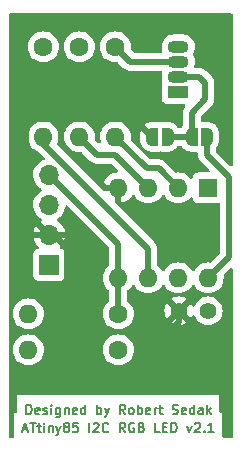
<source format=gtl>
G04 #@! TF.GenerationSoftware,KiCad,Pcbnew,6.0.11-2627ca5db0~126~ubuntu20.04.1*
G04 #@! TF.CreationDate,2023-10-24T11:05:38+02:00*
G04 #@! TF.ProjectId,attiny85_I2C_RGB_LED_v21,61747469-6e79-4383-955f-4932435f5247,2.0*
G04 #@! TF.SameCoordinates,Original*
G04 #@! TF.FileFunction,Copper,L1,Top*
G04 #@! TF.FilePolarity,Positive*
%FSLAX46Y46*%
G04 Gerber Fmt 4.6, Leading zero omitted, Abs format (unit mm)*
G04 Created by KiCad (PCBNEW 6.0.11-2627ca5db0~126~ubuntu20.04.1) date 2023-10-24 11:05:38*
%MOMM*%
%LPD*%
G01*
G04 APERTURE LIST*
G04 Aperture macros list*
%AMFreePoly0*
4,1,22,0.500000,-0.750000,0.000000,-0.750000,0.000000,-0.745033,-0.079941,-0.743568,-0.215256,-0.701293,-0.333266,-0.622738,-0.424486,-0.514219,-0.481581,-0.384460,-0.499164,-0.250000,-0.500000,-0.250000,-0.500000,0.250000,-0.499164,0.250000,-0.499963,0.256109,-0.478152,0.396186,-0.417904,0.524511,-0.324060,0.630769,-0.204165,0.706417,-0.067858,0.745374,0.000000,0.744959,0.000000,0.750000,
0.500000,0.750000,0.500000,-0.750000,0.500000,-0.750000,$1*%
%AMFreePoly1*
4,1,20,0.000000,0.744959,0.073905,0.744508,0.209726,0.703889,0.328688,0.626782,0.421226,0.519385,0.479903,0.390333,0.500000,0.250000,0.500000,-0.250000,0.499851,-0.262216,0.476331,-0.402017,0.414519,-0.529596,0.319384,-0.634700,0.198574,-0.708877,0.061801,-0.746166,0.000000,-0.745033,0.000000,-0.750000,-0.500000,-0.750000,-0.500000,0.750000,0.000000,0.750000,0.000000,0.744959,
0.000000,0.744959,$1*%
G04 Aperture macros list end*
%ADD10C,0.150000*%
G04 #@! TA.AperFunction,NonConductor*
%ADD11C,0.150000*%
G04 #@! TD*
G04 #@! TA.AperFunction,ComponentPad*
%ADD12C,1.600000*%
G04 #@! TD*
G04 #@! TA.AperFunction,ComponentPad*
%ADD13O,1.600000X1.600000*%
G04 #@! TD*
G04 #@! TA.AperFunction,ComponentPad*
%ADD14R,1.600000X1.600000*%
G04 #@! TD*
G04 #@! TA.AperFunction,ComponentPad*
%ADD15C,1.400000*%
G04 #@! TD*
G04 #@! TA.AperFunction,ComponentPad*
%ADD16R,1.800000X1.070000*%
G04 #@! TD*
G04 #@! TA.AperFunction,ComponentPad*
%ADD17O,1.800000X1.070000*%
G04 #@! TD*
G04 #@! TA.AperFunction,ComponentPad*
%ADD18R,1.700000X1.700000*%
G04 #@! TD*
G04 #@! TA.AperFunction,ComponentPad*
%ADD19O,1.700000X1.700000*%
G04 #@! TD*
G04 #@! TA.AperFunction,SMDPad,CuDef*
%ADD20FreePoly0,180.000000*%
G04 #@! TD*
G04 #@! TA.AperFunction,SMDPad,CuDef*
%ADD21FreePoly1,180.000000*%
G04 #@! TD*
G04 #@! TA.AperFunction,Conductor*
%ADD22C,0.500000*%
G04 #@! TD*
G04 APERTURE END LIST*
D10*
D11*
X108795523Y-145141904D02*
X108795523Y-144341904D01*
X108986000Y-144341904D01*
X109100285Y-144380000D01*
X109176476Y-144456190D01*
X109214571Y-144532380D01*
X109252666Y-144684761D01*
X109252666Y-144799047D01*
X109214571Y-144951428D01*
X109176476Y-145027619D01*
X109100285Y-145103809D01*
X108986000Y-145141904D01*
X108795523Y-145141904D01*
X109900285Y-145103809D02*
X109824095Y-145141904D01*
X109671714Y-145141904D01*
X109595523Y-145103809D01*
X109557428Y-145027619D01*
X109557428Y-144722857D01*
X109595523Y-144646666D01*
X109671714Y-144608571D01*
X109824095Y-144608571D01*
X109900285Y-144646666D01*
X109938380Y-144722857D01*
X109938380Y-144799047D01*
X109557428Y-144875238D01*
X110243142Y-145103809D02*
X110319333Y-145141904D01*
X110471714Y-145141904D01*
X110547904Y-145103809D01*
X110586000Y-145027619D01*
X110586000Y-144989523D01*
X110547904Y-144913333D01*
X110471714Y-144875238D01*
X110357428Y-144875238D01*
X110281238Y-144837142D01*
X110243142Y-144760952D01*
X110243142Y-144722857D01*
X110281238Y-144646666D01*
X110357428Y-144608571D01*
X110471714Y-144608571D01*
X110547904Y-144646666D01*
X110928857Y-145141904D02*
X110928857Y-144608571D01*
X110928857Y-144341904D02*
X110890761Y-144380000D01*
X110928857Y-144418095D01*
X110966952Y-144380000D01*
X110928857Y-144341904D01*
X110928857Y-144418095D01*
X111652666Y-144608571D02*
X111652666Y-145256190D01*
X111614571Y-145332380D01*
X111576476Y-145370476D01*
X111500285Y-145408571D01*
X111386000Y-145408571D01*
X111309809Y-145370476D01*
X111652666Y-145103809D02*
X111576476Y-145141904D01*
X111424095Y-145141904D01*
X111347904Y-145103809D01*
X111309809Y-145065714D01*
X111271714Y-144989523D01*
X111271714Y-144760952D01*
X111309809Y-144684761D01*
X111347904Y-144646666D01*
X111424095Y-144608571D01*
X111576476Y-144608571D01*
X111652666Y-144646666D01*
X112033619Y-144608571D02*
X112033619Y-145141904D01*
X112033619Y-144684761D02*
X112071714Y-144646666D01*
X112147904Y-144608571D01*
X112262190Y-144608571D01*
X112338380Y-144646666D01*
X112376476Y-144722857D01*
X112376476Y-145141904D01*
X113062190Y-145103809D02*
X112986000Y-145141904D01*
X112833619Y-145141904D01*
X112757428Y-145103809D01*
X112719333Y-145027619D01*
X112719333Y-144722857D01*
X112757428Y-144646666D01*
X112833619Y-144608571D01*
X112986000Y-144608571D01*
X113062190Y-144646666D01*
X113100285Y-144722857D01*
X113100285Y-144799047D01*
X112719333Y-144875238D01*
X113786000Y-145141904D02*
X113786000Y-144341904D01*
X113786000Y-145103809D02*
X113709809Y-145141904D01*
X113557428Y-145141904D01*
X113481238Y-145103809D01*
X113443142Y-145065714D01*
X113405047Y-144989523D01*
X113405047Y-144760952D01*
X113443142Y-144684761D01*
X113481238Y-144646666D01*
X113557428Y-144608571D01*
X113709809Y-144608571D01*
X113786000Y-144646666D01*
X114776476Y-145141904D02*
X114776476Y-144341904D01*
X114776476Y-144646666D02*
X114852666Y-144608571D01*
X115005047Y-144608571D01*
X115081238Y-144646666D01*
X115119333Y-144684761D01*
X115157428Y-144760952D01*
X115157428Y-144989523D01*
X115119333Y-145065714D01*
X115081238Y-145103809D01*
X115005047Y-145141904D01*
X114852666Y-145141904D01*
X114776476Y-145103809D01*
X115424095Y-144608571D02*
X115614571Y-145141904D01*
X115805047Y-144608571D02*
X115614571Y-145141904D01*
X115538380Y-145332380D01*
X115500285Y-145370476D01*
X115424095Y-145408571D01*
X117176476Y-145141904D02*
X116909809Y-144760952D01*
X116719333Y-145141904D02*
X116719333Y-144341904D01*
X117024095Y-144341904D01*
X117100285Y-144380000D01*
X117138380Y-144418095D01*
X117176476Y-144494285D01*
X117176476Y-144608571D01*
X117138380Y-144684761D01*
X117100285Y-144722857D01*
X117024095Y-144760952D01*
X116719333Y-144760952D01*
X117633619Y-145141904D02*
X117557428Y-145103809D01*
X117519333Y-145065714D01*
X117481238Y-144989523D01*
X117481238Y-144760952D01*
X117519333Y-144684761D01*
X117557428Y-144646666D01*
X117633619Y-144608571D01*
X117747904Y-144608571D01*
X117824095Y-144646666D01*
X117862190Y-144684761D01*
X117900285Y-144760952D01*
X117900285Y-144989523D01*
X117862190Y-145065714D01*
X117824095Y-145103809D01*
X117747904Y-145141904D01*
X117633619Y-145141904D01*
X118243142Y-145141904D02*
X118243142Y-144341904D01*
X118243142Y-144646666D02*
X118319333Y-144608571D01*
X118471714Y-144608571D01*
X118547904Y-144646666D01*
X118586000Y-144684761D01*
X118624095Y-144760952D01*
X118624095Y-144989523D01*
X118586000Y-145065714D01*
X118547904Y-145103809D01*
X118471714Y-145141904D01*
X118319333Y-145141904D01*
X118243142Y-145103809D01*
X119271714Y-145103809D02*
X119195523Y-145141904D01*
X119043142Y-145141904D01*
X118966952Y-145103809D01*
X118928857Y-145027619D01*
X118928857Y-144722857D01*
X118966952Y-144646666D01*
X119043142Y-144608571D01*
X119195523Y-144608571D01*
X119271714Y-144646666D01*
X119309809Y-144722857D01*
X119309809Y-144799047D01*
X118928857Y-144875238D01*
X119652666Y-145141904D02*
X119652666Y-144608571D01*
X119652666Y-144760952D02*
X119690761Y-144684761D01*
X119728857Y-144646666D01*
X119805047Y-144608571D01*
X119881238Y-144608571D01*
X120033619Y-144608571D02*
X120338380Y-144608571D01*
X120147904Y-144341904D02*
X120147904Y-145027619D01*
X120186000Y-145103809D01*
X120262190Y-145141904D01*
X120338380Y-145141904D01*
X121176476Y-145103809D02*
X121290761Y-145141904D01*
X121481238Y-145141904D01*
X121557428Y-145103809D01*
X121595523Y-145065714D01*
X121633619Y-144989523D01*
X121633619Y-144913333D01*
X121595523Y-144837142D01*
X121557428Y-144799047D01*
X121481238Y-144760952D01*
X121328857Y-144722857D01*
X121252666Y-144684761D01*
X121214571Y-144646666D01*
X121176476Y-144570476D01*
X121176476Y-144494285D01*
X121214571Y-144418095D01*
X121252666Y-144380000D01*
X121328857Y-144341904D01*
X121519333Y-144341904D01*
X121633619Y-144380000D01*
X122281238Y-145103809D02*
X122205047Y-145141904D01*
X122052666Y-145141904D01*
X121976476Y-145103809D01*
X121938380Y-145027619D01*
X121938380Y-144722857D01*
X121976476Y-144646666D01*
X122052666Y-144608571D01*
X122205047Y-144608571D01*
X122281238Y-144646666D01*
X122319333Y-144722857D01*
X122319333Y-144799047D01*
X121938380Y-144875238D01*
X123005047Y-145141904D02*
X123005047Y-144341904D01*
X123005047Y-145103809D02*
X122928857Y-145141904D01*
X122776476Y-145141904D01*
X122700285Y-145103809D01*
X122662190Y-145065714D01*
X122624095Y-144989523D01*
X122624095Y-144760952D01*
X122662190Y-144684761D01*
X122700285Y-144646666D01*
X122776476Y-144608571D01*
X122928857Y-144608571D01*
X123005047Y-144646666D01*
X123728857Y-145141904D02*
X123728857Y-144722857D01*
X123690761Y-144646666D01*
X123614571Y-144608571D01*
X123462190Y-144608571D01*
X123385999Y-144646666D01*
X123728857Y-145103809D02*
X123652666Y-145141904D01*
X123462190Y-145141904D01*
X123385999Y-145103809D01*
X123347904Y-145027619D01*
X123347904Y-144951428D01*
X123385999Y-144875238D01*
X123462190Y-144837142D01*
X123652666Y-144837142D01*
X123728857Y-144799047D01*
X124109809Y-145141904D02*
X124109809Y-144341904D01*
X124185999Y-144837142D02*
X124414571Y-145141904D01*
X124414571Y-144608571D02*
X124109809Y-144913333D01*
D10*
D11*
X108509809Y-146437333D02*
X108890761Y-146437333D01*
X108433619Y-146665904D02*
X108700285Y-145865904D01*
X108966952Y-146665904D01*
X109119333Y-145865904D02*
X109576476Y-145865904D01*
X109347904Y-146665904D02*
X109347904Y-145865904D01*
X109728857Y-146132571D02*
X110033619Y-146132571D01*
X109843142Y-145865904D02*
X109843142Y-146551619D01*
X109881238Y-146627809D01*
X109957428Y-146665904D01*
X110033619Y-146665904D01*
X110300285Y-146665904D02*
X110300285Y-146132571D01*
X110300285Y-145865904D02*
X110262190Y-145904000D01*
X110300285Y-145942095D01*
X110338380Y-145904000D01*
X110300285Y-145865904D01*
X110300285Y-145942095D01*
X110681238Y-146132571D02*
X110681238Y-146665904D01*
X110681238Y-146208761D02*
X110719333Y-146170666D01*
X110795523Y-146132571D01*
X110909809Y-146132571D01*
X110986000Y-146170666D01*
X111024095Y-146246857D01*
X111024095Y-146665904D01*
X111328857Y-146132571D02*
X111519333Y-146665904D01*
X111709809Y-146132571D02*
X111519333Y-146665904D01*
X111443142Y-146856380D01*
X111405047Y-146894476D01*
X111328857Y-146932571D01*
X112128857Y-146208761D02*
X112052666Y-146170666D01*
X112014571Y-146132571D01*
X111976476Y-146056380D01*
X111976476Y-146018285D01*
X112014571Y-145942095D01*
X112052666Y-145904000D01*
X112128857Y-145865904D01*
X112281238Y-145865904D01*
X112357428Y-145904000D01*
X112395523Y-145942095D01*
X112433619Y-146018285D01*
X112433619Y-146056380D01*
X112395523Y-146132571D01*
X112357428Y-146170666D01*
X112281238Y-146208761D01*
X112128857Y-146208761D01*
X112052666Y-146246857D01*
X112014571Y-146284952D01*
X111976476Y-146361142D01*
X111976476Y-146513523D01*
X112014571Y-146589714D01*
X112052666Y-146627809D01*
X112128857Y-146665904D01*
X112281238Y-146665904D01*
X112357428Y-146627809D01*
X112395523Y-146589714D01*
X112433619Y-146513523D01*
X112433619Y-146361142D01*
X112395523Y-146284952D01*
X112357428Y-146246857D01*
X112281238Y-146208761D01*
X113157428Y-145865904D02*
X112776476Y-145865904D01*
X112738380Y-146246857D01*
X112776476Y-146208761D01*
X112852666Y-146170666D01*
X113043142Y-146170666D01*
X113119333Y-146208761D01*
X113157428Y-146246857D01*
X113195523Y-146323047D01*
X113195523Y-146513523D01*
X113157428Y-146589714D01*
X113119333Y-146627809D01*
X113043142Y-146665904D01*
X112852666Y-146665904D01*
X112776476Y-146627809D01*
X112738380Y-146589714D01*
X114147904Y-146665904D02*
X114147904Y-145865904D01*
X114490761Y-145942095D02*
X114528857Y-145904000D01*
X114605047Y-145865904D01*
X114795523Y-145865904D01*
X114871714Y-145904000D01*
X114909809Y-145942095D01*
X114947904Y-146018285D01*
X114947904Y-146094476D01*
X114909809Y-146208761D01*
X114452666Y-146665904D01*
X114947904Y-146665904D01*
X115747904Y-146589714D02*
X115709809Y-146627809D01*
X115595523Y-146665904D01*
X115519333Y-146665904D01*
X115405047Y-146627809D01*
X115328857Y-146551619D01*
X115290761Y-146475428D01*
X115252666Y-146323047D01*
X115252666Y-146208761D01*
X115290761Y-146056380D01*
X115328857Y-145980190D01*
X115405047Y-145904000D01*
X115519333Y-145865904D01*
X115595523Y-145865904D01*
X115709809Y-145904000D01*
X115747904Y-145942095D01*
X117157428Y-146665904D02*
X116890761Y-146284952D01*
X116700285Y-146665904D02*
X116700285Y-145865904D01*
X117005047Y-145865904D01*
X117081238Y-145904000D01*
X117119333Y-145942095D01*
X117157428Y-146018285D01*
X117157428Y-146132571D01*
X117119333Y-146208761D01*
X117081238Y-146246857D01*
X117005047Y-146284952D01*
X116700285Y-146284952D01*
X117919333Y-145904000D02*
X117843142Y-145865904D01*
X117728857Y-145865904D01*
X117614571Y-145904000D01*
X117538380Y-145980190D01*
X117500285Y-146056380D01*
X117462190Y-146208761D01*
X117462190Y-146323047D01*
X117500285Y-146475428D01*
X117538380Y-146551619D01*
X117614571Y-146627809D01*
X117728857Y-146665904D01*
X117805047Y-146665904D01*
X117919333Y-146627809D01*
X117957428Y-146589714D01*
X117957428Y-146323047D01*
X117805047Y-146323047D01*
X118566952Y-146246857D02*
X118681238Y-146284952D01*
X118719333Y-146323047D01*
X118757428Y-146399238D01*
X118757428Y-146513523D01*
X118719333Y-146589714D01*
X118681238Y-146627809D01*
X118605047Y-146665904D01*
X118300285Y-146665904D01*
X118300285Y-145865904D01*
X118566952Y-145865904D01*
X118643142Y-145904000D01*
X118681238Y-145942095D01*
X118719333Y-146018285D01*
X118719333Y-146094476D01*
X118681238Y-146170666D01*
X118643142Y-146208761D01*
X118566952Y-146246857D01*
X118300285Y-146246857D01*
X120090761Y-146665904D02*
X119709809Y-146665904D01*
X119709809Y-145865904D01*
X120357428Y-146246857D02*
X120624095Y-146246857D01*
X120738380Y-146665904D02*
X120357428Y-146665904D01*
X120357428Y-145865904D01*
X120738380Y-145865904D01*
X121081238Y-146665904D02*
X121081238Y-145865904D01*
X121271714Y-145865904D01*
X121386000Y-145904000D01*
X121462190Y-145980190D01*
X121500285Y-146056380D01*
X121538380Y-146208761D01*
X121538380Y-146323047D01*
X121500285Y-146475428D01*
X121462190Y-146551619D01*
X121386000Y-146627809D01*
X121271714Y-146665904D01*
X121081238Y-146665904D01*
X122414571Y-146132571D02*
X122605047Y-146665904D01*
X122795523Y-146132571D01*
X123062190Y-145942095D02*
X123100285Y-145904000D01*
X123176476Y-145865904D01*
X123366952Y-145865904D01*
X123443142Y-145904000D01*
X123481238Y-145942095D01*
X123519333Y-146018285D01*
X123519333Y-146094476D01*
X123481238Y-146208761D01*
X123024095Y-146665904D01*
X123519333Y-146665904D01*
X123862190Y-146589714D02*
X123900285Y-146627809D01*
X123862190Y-146665904D01*
X123824095Y-146627809D01*
X123862190Y-146589714D01*
X123862190Y-146665904D01*
X124662190Y-146665904D02*
X124205047Y-146665904D01*
X124433619Y-146665904D02*
X124433619Y-145865904D01*
X124357428Y-145980190D01*
X124281238Y-146056380D01*
X124205047Y-146094476D01*
D12*
X113284000Y-114046000D03*
D13*
X113284000Y-121666000D03*
D12*
X116332000Y-114046000D03*
D13*
X116332000Y-121666000D03*
D12*
X110236000Y-114046000D03*
D13*
X110236000Y-121666000D03*
D14*
X124196000Y-125994000D03*
D13*
X121656000Y-125994000D03*
X119116000Y-125994000D03*
X116576000Y-125994000D03*
X116576000Y-133614000D03*
X119116000Y-133614000D03*
X121656000Y-133614000D03*
X124196000Y-133614000D03*
D15*
X124206000Y-136398000D03*
X121706000Y-136398000D03*
D16*
X121666000Y-117856000D03*
D17*
X121666000Y-116586000D03*
X121666000Y-115316000D03*
X121666000Y-114046000D03*
D18*
X110744000Y-132500000D03*
D19*
X110744000Y-129960000D03*
X110744000Y-127420000D03*
X110744000Y-124880000D03*
D12*
X116586000Y-136652000D03*
D13*
X108966000Y-136652000D03*
D12*
X116586000Y-139700000D03*
D13*
X108966000Y-139700000D03*
D20*
X124094000Y-121666000D03*
D21*
X122794000Y-121666000D03*
D20*
X120756200Y-121666000D03*
D21*
X119456200Y-121666000D03*
D22*
X116332000Y-123210000D02*
X116332000Y-123190000D01*
X116332000Y-123190000D02*
X114808000Y-123190000D01*
X119116000Y-125994000D02*
X116332000Y-123210000D01*
X114808000Y-123190000D02*
X113284000Y-121666000D01*
X119009000Y-124343000D02*
X120005000Y-124343000D01*
X121656000Y-125994000D02*
X120005000Y-124343000D01*
X116332000Y-121666000D02*
X119009000Y-124343000D01*
X119116000Y-131130679D02*
X110236000Y-122250679D01*
X110236000Y-122250679D02*
X110236000Y-121666000D01*
X119116000Y-133614000D02*
X119116000Y-131130679D01*
X117602000Y-115316000D02*
X116332000Y-114046000D01*
X121666000Y-115316000D02*
X117602000Y-115316000D01*
X116576000Y-130712000D02*
X116576000Y-133614000D01*
X116586000Y-133624000D02*
X116576000Y-133614000D01*
X110744000Y-124880000D02*
X116576000Y-130712000D01*
X116586000Y-136652000D02*
X116586000Y-133624000D01*
X109220000Y-120142000D02*
X111760000Y-120142000D01*
X117932200Y-120142000D02*
X111760000Y-120142000D01*
X121706000Y-136398000D02*
X121706000Y-137387949D01*
X111164000Y-129960000D02*
X110744000Y-129960000D01*
X115444630Y-125994000D02*
X111760000Y-122309370D01*
X110744000Y-129960000D02*
X108786000Y-128002000D01*
X112244000Y-138406000D02*
X112244000Y-131040000D01*
X108786000Y-128002000D02*
X108786000Y-120576000D01*
X119456200Y-121666000D02*
X117932200Y-120142000D01*
X117615949Y-141478000D02*
X115316000Y-141478000D01*
X112244000Y-131040000D02*
X111164000Y-129960000D01*
X111760000Y-122309370D02*
X111760000Y-120142000D01*
X108786000Y-120576000D02*
X109220000Y-120142000D01*
X115316000Y-141478000D02*
X112244000Y-138406000D01*
X116576000Y-125994000D02*
X115444630Y-125994000D01*
X121706000Y-137387949D02*
X117615949Y-141478000D01*
X125984000Y-131826000D02*
X125984000Y-125086000D01*
X124196000Y-133614000D02*
X125984000Y-131826000D01*
X124094000Y-123196000D02*
X124094000Y-121666000D01*
X125984000Y-125086000D02*
X124094000Y-123196000D01*
X123444000Y-116586000D02*
X123952000Y-117094000D01*
X122794000Y-121666000D02*
X122794000Y-119628200D01*
X121666000Y-116586000D02*
X123444000Y-116586000D01*
X122794000Y-119628200D02*
X123952000Y-118470200D01*
X122794000Y-121666000D02*
X120756200Y-121666000D01*
X123952000Y-117094000D02*
X123952000Y-118470200D01*
G04 #@! TA.AperFunction,Conductor*
G36*
X126233621Y-111228502D02*
G01*
X126280114Y-111282158D01*
X126291500Y-111334500D01*
X126291500Y-124016630D01*
X126271498Y-124084751D01*
X126217842Y-124131244D01*
X126147568Y-124141348D01*
X126082988Y-124111854D01*
X126076405Y-124105725D01*
X125571493Y-123600812D01*
X124889405Y-122918724D01*
X124855379Y-122856412D01*
X124852500Y-122829629D01*
X124852500Y-122636288D01*
X124872502Y-122568167D01*
X124884058Y-122552881D01*
X124898297Y-122536758D01*
X124901260Y-122533403D01*
X124910248Y-122519721D01*
X124978764Y-122415414D01*
X124981226Y-122411666D01*
X124988250Y-122396707D01*
X125040191Y-122286076D01*
X125042095Y-122282021D01*
X125084683Y-122142723D01*
X125089789Y-122109933D01*
X125097621Y-122059623D01*
X125106717Y-122001205D01*
X125106869Y-121988829D01*
X125108442Y-121860038D01*
X125108497Y-121855562D01*
X125107937Y-121851277D01*
X125107729Y-121844240D01*
X125107729Y-121454953D01*
X125107727Y-121454953D01*
X125107318Y-121451984D01*
X125107805Y-121412137D01*
X125108496Y-121355562D01*
X125089926Y-121213548D01*
X125050755Y-121073252D01*
X124993072Y-120942159D01*
X124936927Y-120851959D01*
X124918470Y-120822306D01*
X124918467Y-120822302D01*
X124916103Y-120818504D01*
X124894235Y-120792488D01*
X124826831Y-120712301D01*
X124826830Y-120712300D01*
X124823946Y-120708869D01*
X124715361Y-120611782D01*
X124711628Y-120609297D01*
X124711624Y-120609294D01*
X124599865Y-120534901D01*
X124599863Y-120534900D01*
X124596136Y-120532419D01*
X124464667Y-120469711D01*
X124460388Y-120468374D01*
X124460385Y-120468373D01*
X124350488Y-120434039D01*
X124327961Y-120427001D01*
X124323537Y-120426284D01*
X124323535Y-120426284D01*
X124273419Y-120418167D01*
X124184179Y-120403713D01*
X124114298Y-120402432D01*
X124045461Y-120401170D01*
X124045459Y-120401170D01*
X124040980Y-120401088D01*
X124036535Y-120401641D01*
X124032056Y-120401878D01*
X124032049Y-120401751D01*
X124023661Y-120402271D01*
X123678500Y-120402271D01*
X123610379Y-120382269D01*
X123563886Y-120328613D01*
X123552500Y-120276271D01*
X123552500Y-119994571D01*
X123572502Y-119926450D01*
X123589405Y-119905476D01*
X124440911Y-119053970D01*
X124455323Y-119041584D01*
X124466918Y-119033051D01*
X124466923Y-119033046D01*
X124472818Y-119028708D01*
X124477557Y-119023130D01*
X124477560Y-119023127D01*
X124507035Y-118988432D01*
X124513965Y-118980916D01*
X124519660Y-118975221D01*
X124537281Y-118952949D01*
X124540072Y-118949545D01*
X124582591Y-118899497D01*
X124582592Y-118899495D01*
X124587333Y-118893915D01*
X124590661Y-118887399D01*
X124594028Y-118882350D01*
X124597195Y-118877221D01*
X124601734Y-118871484D01*
X124632655Y-118805325D01*
X124634561Y-118801425D01*
X124667769Y-118736392D01*
X124669508Y-118729284D01*
X124671607Y-118723641D01*
X124673524Y-118717878D01*
X124676622Y-118711250D01*
X124691487Y-118639783D01*
X124692457Y-118635499D01*
X124708473Y-118570045D01*
X124709808Y-118564590D01*
X124710500Y-118553436D01*
X124710536Y-118553438D01*
X124710775Y-118549445D01*
X124711149Y-118545253D01*
X124712640Y-118538085D01*
X124710546Y-118460679D01*
X124710500Y-118457272D01*
X124710500Y-117161063D01*
X124711933Y-117142114D01*
X124714097Y-117127886D01*
X124715198Y-117120651D01*
X124710915Y-117067990D01*
X124710500Y-117057777D01*
X124710500Y-117049707D01*
X124710078Y-117046087D01*
X124710077Y-117046069D01*
X124707208Y-117021461D01*
X124706775Y-117017086D01*
X124701454Y-116951661D01*
X124701453Y-116951658D01*
X124700860Y-116944363D01*
X124698604Y-116937399D01*
X124697413Y-116931440D01*
X124696029Y-116925585D01*
X124695182Y-116918319D01*
X124670265Y-116849673D01*
X124668848Y-116845545D01*
X124648607Y-116783064D01*
X124648606Y-116783062D01*
X124646351Y-116776101D01*
X124642555Y-116769846D01*
X124640049Y-116764372D01*
X124637330Y-116758942D01*
X124634833Y-116752063D01*
X124594809Y-116691016D01*
X124592472Y-116687312D01*
X124557509Y-116629693D01*
X124557505Y-116629688D01*
X124554595Y-116624892D01*
X124547197Y-116616516D01*
X124547223Y-116616493D01*
X124544574Y-116613503D01*
X124541866Y-116610264D01*
X124537856Y-116604148D01*
X124532549Y-116599121D01*
X124532546Y-116599117D01*
X124481617Y-116550872D01*
X124479175Y-116548494D01*
X124027770Y-116097089D01*
X124015384Y-116082677D01*
X124006851Y-116071082D01*
X124006846Y-116071077D01*
X124002508Y-116065182D01*
X123996930Y-116060443D01*
X123996927Y-116060440D01*
X123962232Y-116030965D01*
X123954716Y-116024035D01*
X123949021Y-116018340D01*
X123942880Y-116013482D01*
X123926749Y-116000719D01*
X123923345Y-115997928D01*
X123873297Y-115955409D01*
X123873295Y-115955408D01*
X123867715Y-115950667D01*
X123861199Y-115947339D01*
X123856150Y-115943972D01*
X123851021Y-115940805D01*
X123845284Y-115936266D01*
X123779125Y-115905345D01*
X123775225Y-115903439D01*
X123770999Y-115901281D01*
X123710192Y-115870231D01*
X123703084Y-115868492D01*
X123697441Y-115866393D01*
X123691678Y-115864476D01*
X123685050Y-115861378D01*
X123613583Y-115846513D01*
X123609299Y-115845543D01*
X123538390Y-115828192D01*
X123532788Y-115827844D01*
X123532785Y-115827844D01*
X123527236Y-115827500D01*
X123527238Y-115827464D01*
X123523245Y-115827225D01*
X123519053Y-115826851D01*
X123511885Y-115825360D01*
X123445675Y-115827151D01*
X123434479Y-115827454D01*
X123431072Y-115827500D01*
X123135965Y-115827500D01*
X123067844Y-115807498D01*
X123021351Y-115753842D01*
X123011247Y-115683568D01*
X123015600Y-115664241D01*
X123056311Y-115532725D01*
X123058133Y-115526840D01*
X123075749Y-115359234D01*
X123078879Y-115329449D01*
X123078879Y-115329447D01*
X123079523Y-115323320D01*
X123060976Y-115119522D01*
X123042092Y-115055357D01*
X123004938Y-114929120D01*
X123003198Y-114923207D01*
X122983637Y-114885789D01*
X122908388Y-114741853D01*
X122909934Y-114741045D01*
X122891769Y-114681040D01*
X122906929Y-114620057D01*
X122957421Y-114526673D01*
X122997619Y-114452329D01*
X123058133Y-114256840D01*
X123059643Y-114242478D01*
X123078879Y-114059449D01*
X123078879Y-114059447D01*
X123079523Y-114053320D01*
X123060976Y-113849522D01*
X123003198Y-113653207D01*
X122999200Y-113645558D01*
X122911240Y-113477309D01*
X122908388Y-113471853D01*
X122780160Y-113312369D01*
X122623396Y-113180828D01*
X122444067Y-113082242D01*
X122438200Y-113080381D01*
X122438198Y-113080380D01*
X122300323Y-113036643D01*
X122249006Y-113020364D01*
X122089744Y-113002500D01*
X121249505Y-113002500D01*
X121097336Y-113017420D01*
X120901429Y-113076568D01*
X120885180Y-113085208D01*
X120726184Y-113169747D01*
X120726181Y-113169749D01*
X120720742Y-113172641D01*
X120715972Y-113176531D01*
X120715968Y-113176534D01*
X120566932Y-113298085D01*
X120566929Y-113298088D01*
X120562157Y-113301980D01*
X120558230Y-113306728D01*
X120558228Y-113306729D01*
X120496935Y-113380819D01*
X120431713Y-113459659D01*
X120334381Y-113639671D01*
X120273867Y-113835160D01*
X120273224Y-113841282D01*
X120273223Y-113841285D01*
X120271712Y-113855661D01*
X120252477Y-114038680D01*
X120271024Y-114242478D01*
X120272764Y-114248388D01*
X120272764Y-114248391D01*
X120316185Y-114395926D01*
X120316229Y-114466922D01*
X120277883Y-114526673D01*
X120213321Y-114556206D01*
X120195311Y-114557500D01*
X117968371Y-114557500D01*
X117900250Y-114537498D01*
X117879276Y-114520595D01*
X117667671Y-114308990D01*
X117633645Y-114246678D01*
X117631245Y-114208913D01*
X117645019Y-114051475D01*
X117645498Y-114046000D01*
X117625543Y-113817913D01*
X117566284Y-113596757D01*
X117508041Y-113471853D01*
X117471849Y-113394238D01*
X117471846Y-113394233D01*
X117469523Y-113389251D01*
X117338198Y-113201700D01*
X117176300Y-113039802D01*
X117171792Y-113036645D01*
X117171789Y-113036643D01*
X117093611Y-112981902D01*
X116988749Y-112908477D01*
X116983767Y-112906154D01*
X116983762Y-112906151D01*
X116786225Y-112814039D01*
X116786224Y-112814039D01*
X116781243Y-112811716D01*
X116775935Y-112810294D01*
X116775933Y-112810293D01*
X116565402Y-112753881D01*
X116565400Y-112753881D01*
X116560087Y-112752457D01*
X116332000Y-112732502D01*
X116103913Y-112752457D01*
X116098600Y-112753881D01*
X116098598Y-112753881D01*
X115888067Y-112810293D01*
X115888065Y-112810294D01*
X115882757Y-112811716D01*
X115877776Y-112814039D01*
X115877775Y-112814039D01*
X115680238Y-112906151D01*
X115680233Y-112906154D01*
X115675251Y-112908477D01*
X115570389Y-112981902D01*
X115492211Y-113036643D01*
X115492208Y-113036645D01*
X115487700Y-113039802D01*
X115325802Y-113201700D01*
X115194477Y-113389251D01*
X115192154Y-113394233D01*
X115192151Y-113394238D01*
X115155959Y-113471853D01*
X115097716Y-113596757D01*
X115038457Y-113817913D01*
X115018502Y-114046000D01*
X115038457Y-114274087D01*
X115097716Y-114495243D01*
X115100039Y-114500224D01*
X115100039Y-114500225D01*
X115192151Y-114697762D01*
X115192154Y-114697767D01*
X115194477Y-114702749D01*
X115325802Y-114890300D01*
X115487700Y-115052198D01*
X115492208Y-115055355D01*
X115492211Y-115055357D01*
X115570389Y-115110098D01*
X115675251Y-115183523D01*
X115680233Y-115185846D01*
X115680238Y-115185849D01*
X115877775Y-115277961D01*
X115882757Y-115280284D01*
X115888065Y-115281706D01*
X115888067Y-115281707D01*
X116098598Y-115338119D01*
X116098600Y-115338119D01*
X116103913Y-115339543D01*
X116332000Y-115359498D01*
X116337475Y-115359019D01*
X116494913Y-115345245D01*
X116564518Y-115359234D01*
X116594990Y-115381671D01*
X117018230Y-115804911D01*
X117030616Y-115819323D01*
X117039149Y-115830918D01*
X117039154Y-115830923D01*
X117043492Y-115836818D01*
X117049070Y-115841557D01*
X117049073Y-115841560D01*
X117083768Y-115871035D01*
X117091284Y-115877965D01*
X117096979Y-115883660D01*
X117099861Y-115885940D01*
X117119251Y-115901281D01*
X117122655Y-115904072D01*
X117172703Y-115946591D01*
X117178285Y-115951333D01*
X117184801Y-115954661D01*
X117189850Y-115958028D01*
X117194979Y-115961195D01*
X117200716Y-115965734D01*
X117266875Y-115996655D01*
X117270769Y-115998558D01*
X117335808Y-116031769D01*
X117342916Y-116033508D01*
X117348559Y-116035607D01*
X117354322Y-116037524D01*
X117360950Y-116040622D01*
X117368112Y-116042112D01*
X117368113Y-116042112D01*
X117432412Y-116055486D01*
X117436696Y-116056456D01*
X117507610Y-116073808D01*
X117513212Y-116074156D01*
X117513215Y-116074156D01*
X117518764Y-116074500D01*
X117518762Y-116074536D01*
X117522755Y-116074775D01*
X117526947Y-116075149D01*
X117534115Y-116076640D01*
X117611520Y-116074546D01*
X117614928Y-116074500D01*
X120196035Y-116074500D01*
X120264156Y-116094502D01*
X120310649Y-116148158D01*
X120320753Y-116218432D01*
X120316401Y-116237756D01*
X120273867Y-116375160D01*
X120273224Y-116381282D01*
X120273223Y-116381285D01*
X120253121Y-116572551D01*
X120252477Y-116578680D01*
X120256683Y-116624892D01*
X120270444Y-116776101D01*
X120271024Y-116782478D01*
X120272762Y-116788384D01*
X120272763Y-116788388D01*
X120328127Y-116976499D01*
X120328172Y-117047496D01*
X120319140Y-117069284D01*
X120315385Y-117074295D01*
X120312236Y-117082696D01*
X120312234Y-117082699D01*
X120289961Y-117142114D01*
X120264255Y-117210684D01*
X120257500Y-117272866D01*
X120257500Y-118439134D01*
X120264255Y-118501316D01*
X120315385Y-118637705D01*
X120402739Y-118754261D01*
X120519295Y-118841615D01*
X120655684Y-118892745D01*
X120717866Y-118899500D01*
X122145394Y-118899500D01*
X122213515Y-118919502D01*
X122260008Y-118973158D01*
X122270112Y-119043432D01*
X122241425Y-119107072D01*
X122238971Y-119109961D01*
X122232035Y-119117484D01*
X122226340Y-119123179D01*
X122224060Y-119126061D01*
X122208719Y-119145451D01*
X122205928Y-119148855D01*
X122163409Y-119198903D01*
X122158667Y-119204485D01*
X122155339Y-119211001D01*
X122151972Y-119216050D01*
X122148805Y-119221179D01*
X122144266Y-119226916D01*
X122113345Y-119293075D01*
X122111442Y-119296969D01*
X122078231Y-119362008D01*
X122076492Y-119369116D01*
X122074393Y-119374759D01*
X122072476Y-119380522D01*
X122069378Y-119387150D01*
X122067888Y-119394312D01*
X122067888Y-119394313D01*
X122054514Y-119458612D01*
X122053544Y-119462896D01*
X122036192Y-119533810D01*
X122035500Y-119544964D01*
X122035464Y-119544962D01*
X122035225Y-119548955D01*
X122034851Y-119553147D01*
X122033360Y-119560315D01*
X122033558Y-119567632D01*
X122035454Y-119637721D01*
X122035500Y-119641128D01*
X122035500Y-120694753D01*
X122015498Y-120762874D01*
X122002916Y-120779308D01*
X121994346Y-120788776D01*
X121972139Y-120821700D01*
X121951729Y-120851959D01*
X121897053Y-120897248D01*
X121847270Y-120907500D01*
X121703685Y-120907500D01*
X121635564Y-120887498D01*
X121596715Y-120848083D01*
X121580674Y-120822312D01*
X121580669Y-120822305D01*
X121578303Y-120818504D01*
X121556435Y-120792488D01*
X121489031Y-120712301D01*
X121489030Y-120712300D01*
X121486146Y-120708869D01*
X121377561Y-120611782D01*
X121373828Y-120609297D01*
X121373824Y-120609294D01*
X121262065Y-120534901D01*
X121262063Y-120534900D01*
X121258336Y-120532419D01*
X121126867Y-120469711D01*
X121122588Y-120468374D01*
X121122585Y-120468373D01*
X121012688Y-120434039D01*
X120990161Y-120427001D01*
X120985737Y-120426284D01*
X120985735Y-120426284D01*
X120935619Y-120418167D01*
X120846379Y-120403713D01*
X120776498Y-120402432D01*
X120707661Y-120401170D01*
X120707659Y-120401170D01*
X120703180Y-120401088D01*
X120698735Y-120401641D01*
X120694256Y-120401878D01*
X120694249Y-120401751D01*
X120685861Y-120402271D01*
X120256200Y-120402271D01*
X120226013Y-120404430D01*
X120189827Y-120407018D01*
X120189826Y-120407018D01*
X120183089Y-120407500D01*
X120146760Y-120418167D01*
X120093332Y-120421988D01*
X119956200Y-120402271D01*
X119468878Y-120402271D01*
X119466569Y-120402250D01*
X119407653Y-120401170D01*
X119403180Y-120401088D01*
X119376350Y-120404430D01*
X119263072Y-120418540D01*
X119263068Y-120418541D01*
X119258635Y-120419093D01*
X119120455Y-120456766D01*
X119116338Y-120458548D01*
X119116334Y-120458549D01*
X118990904Y-120512827D01*
X118990899Y-120512829D01*
X118986780Y-120514612D01*
X118864728Y-120589552D01*
X118861280Y-120592415D01*
X118861278Y-120592416D01*
X118834348Y-120614774D01*
X118752660Y-120682592D01*
X118656546Y-120788776D01*
X118654039Y-120792492D01*
X118654038Y-120792494D01*
X118589958Y-120887498D01*
X118575093Y-120909536D01*
X118512646Y-121038428D01*
X118468362Y-121177188D01*
X118444600Y-121318426D01*
X118437518Y-121397373D01*
X118437367Y-121409715D01*
X118437525Y-121412137D01*
X118442205Y-121484036D01*
X118442471Y-121492221D01*
X118442471Y-121836519D01*
X118441967Y-121847777D01*
X118441619Y-121851662D01*
X118437518Y-121897373D01*
X118437367Y-121909715D01*
X118442517Y-121988829D01*
X118442862Y-121991238D01*
X118460621Y-122115243D01*
X118462821Y-122130606D01*
X118464080Y-122134911D01*
X118464081Y-122134916D01*
X118488185Y-122217344D01*
X118503703Y-122270410D01*
X118562983Y-122400789D01*
X118565395Y-122404560D01*
X118565399Y-122404568D01*
X118615313Y-122482615D01*
X118641458Y-122523497D01*
X118734948Y-122631998D01*
X118844711Y-122727750D01*
X118848472Y-122730188D01*
X118848475Y-122730190D01*
X118856143Y-122735160D01*
X118964896Y-122805650D01*
X118968957Y-122807526D01*
X118968958Y-122807527D01*
X118977743Y-122811586D01*
X119097124Y-122866748D01*
X119147519Y-122881819D01*
X119230044Y-122906499D01*
X119230049Y-122906500D01*
X119234342Y-122907784D01*
X119238774Y-122908446D01*
X119238777Y-122908447D01*
X119373965Y-122928650D01*
X119373968Y-122928650D01*
X119378396Y-122929312D01*
X119453055Y-122929768D01*
X119517145Y-122930160D01*
X119517150Y-122930160D01*
X119521617Y-122930187D01*
X119524061Y-122929852D01*
X119527856Y-122929729D01*
X119956200Y-122929729D01*
X119997698Y-122926761D01*
X120022573Y-122924982D01*
X120022574Y-122924982D01*
X120029311Y-122924500D01*
X120065640Y-122913833D01*
X120119068Y-122910012D01*
X120256200Y-122929729D01*
X120746208Y-122929729D01*
X120746978Y-122929731D01*
X120817131Y-122930160D01*
X120817137Y-122930160D01*
X120821617Y-122930187D01*
X120905707Y-122918669D01*
X120961476Y-122911030D01*
X120961480Y-122911029D01*
X120965927Y-122910420D01*
X121103636Y-122871063D01*
X121236598Y-122811586D01*
X121240380Y-122809200D01*
X121240387Y-122809196D01*
X121353936Y-122737551D01*
X121357726Y-122735160D01*
X121468652Y-122640754D01*
X121563460Y-122533403D01*
X121572448Y-122519721D01*
X121583814Y-122502417D01*
X121597670Y-122481323D01*
X121651788Y-122435369D01*
X121702982Y-122424500D01*
X121846964Y-122424500D01*
X121915085Y-122444502D01*
X121953113Y-122482615D01*
X121979258Y-122523497D01*
X122072748Y-122631998D01*
X122182511Y-122727750D01*
X122186272Y-122730188D01*
X122186275Y-122730190D01*
X122193943Y-122735160D01*
X122302696Y-122805650D01*
X122306757Y-122807526D01*
X122306758Y-122807527D01*
X122315543Y-122811586D01*
X122434924Y-122866748D01*
X122485319Y-122881819D01*
X122567844Y-122906499D01*
X122567849Y-122906500D01*
X122572142Y-122907784D01*
X122576574Y-122908446D01*
X122576577Y-122908447D01*
X122711765Y-122928650D01*
X122711768Y-122928650D01*
X122716196Y-122929312D01*
X122790855Y-122929768D01*
X122854945Y-122930160D01*
X122854950Y-122930160D01*
X122859417Y-122930187D01*
X122861861Y-122929852D01*
X122865656Y-122929729D01*
X123209500Y-122929729D01*
X123277621Y-122949731D01*
X123324114Y-123003387D01*
X123335500Y-123055729D01*
X123335500Y-123128930D01*
X123334067Y-123147880D01*
X123330801Y-123169349D01*
X123331394Y-123176641D01*
X123331394Y-123176644D01*
X123335085Y-123222018D01*
X123335500Y-123232233D01*
X123335500Y-123240293D01*
X123335925Y-123243937D01*
X123338789Y-123268507D01*
X123339222Y-123272882D01*
X123345140Y-123345637D01*
X123347396Y-123352601D01*
X123348587Y-123358560D01*
X123349971Y-123364415D01*
X123350818Y-123371681D01*
X123375735Y-123440327D01*
X123377152Y-123444455D01*
X123399649Y-123513899D01*
X123403445Y-123520154D01*
X123405951Y-123525628D01*
X123408670Y-123531058D01*
X123411167Y-123537937D01*
X123415180Y-123544057D01*
X123415180Y-123544058D01*
X123451186Y-123598976D01*
X123453523Y-123602680D01*
X123491405Y-123665107D01*
X123495121Y-123669315D01*
X123495122Y-123669316D01*
X123498803Y-123673484D01*
X123498776Y-123673508D01*
X123501429Y-123676500D01*
X123504132Y-123679733D01*
X123508144Y-123685852D01*
X123513456Y-123690884D01*
X123564383Y-123739128D01*
X123566825Y-123741506D01*
X124295724Y-124470405D01*
X124329750Y-124532717D01*
X124324685Y-124603532D01*
X124282138Y-124660368D01*
X124215618Y-124685179D01*
X124206629Y-124685500D01*
X123347866Y-124685500D01*
X123285684Y-124692255D01*
X123149295Y-124743385D01*
X123032739Y-124830739D01*
X122945385Y-124947295D01*
X122894255Y-125083684D01*
X122893083Y-125094474D01*
X122892197Y-125096606D01*
X122891575Y-125099222D01*
X122891152Y-125099121D01*
X122865845Y-125160035D01*
X122807483Y-125200463D01*
X122736529Y-125202922D01*
X122675510Y-125166629D01*
X122668511Y-125157969D01*
X122665354Y-125154207D01*
X122662198Y-125149700D01*
X122500300Y-124987802D01*
X122495792Y-124984645D01*
X122495789Y-124984643D01*
X122417611Y-124929902D01*
X122312749Y-124856477D01*
X122307767Y-124854154D01*
X122307762Y-124854151D01*
X122110225Y-124762039D01*
X122110224Y-124762039D01*
X122105243Y-124759716D01*
X122099935Y-124758294D01*
X122099933Y-124758293D01*
X121889402Y-124701881D01*
X121889400Y-124701881D01*
X121884087Y-124700457D01*
X121656000Y-124680502D01*
X121650525Y-124680981D01*
X121493087Y-124694755D01*
X121423482Y-124680766D01*
X121393010Y-124658329D01*
X120588770Y-123854089D01*
X120576384Y-123839677D01*
X120567851Y-123828082D01*
X120567846Y-123828077D01*
X120563508Y-123822182D01*
X120557930Y-123817443D01*
X120557927Y-123817440D01*
X120523232Y-123787965D01*
X120515716Y-123781035D01*
X120510021Y-123775340D01*
X120490556Y-123759940D01*
X120487749Y-123757719D01*
X120484345Y-123754928D01*
X120434297Y-123712409D01*
X120434295Y-123712408D01*
X120428715Y-123707667D01*
X120422199Y-123704339D01*
X120417150Y-123700972D01*
X120412021Y-123697805D01*
X120406284Y-123693266D01*
X120340125Y-123662345D01*
X120336225Y-123660439D01*
X120271192Y-123627231D01*
X120264084Y-123625492D01*
X120258441Y-123623393D01*
X120252678Y-123621476D01*
X120246050Y-123618378D01*
X120174583Y-123603513D01*
X120170299Y-123602543D01*
X120163225Y-123600812D01*
X120099390Y-123585192D01*
X120093788Y-123584844D01*
X120093785Y-123584844D01*
X120088236Y-123584500D01*
X120088238Y-123584464D01*
X120084245Y-123584225D01*
X120080053Y-123583851D01*
X120072885Y-123582360D01*
X120006675Y-123584151D01*
X119995479Y-123584454D01*
X119992072Y-123584500D01*
X119375371Y-123584500D01*
X119307250Y-123564498D01*
X119286276Y-123547595D01*
X117667671Y-121928990D01*
X117633645Y-121866678D01*
X117631245Y-121828913D01*
X117645019Y-121671475D01*
X117645498Y-121666000D01*
X117625543Y-121437913D01*
X117566284Y-121216757D01*
X117499367Y-121073252D01*
X117471849Y-121014238D01*
X117471846Y-121014233D01*
X117469523Y-121009251D01*
X117338198Y-120821700D01*
X117176300Y-120659802D01*
X117171792Y-120656645D01*
X117171789Y-120656643D01*
X117075973Y-120589552D01*
X116988749Y-120528477D01*
X116983767Y-120526154D01*
X116983762Y-120526151D01*
X116786225Y-120434039D01*
X116786224Y-120434039D01*
X116781243Y-120431716D01*
X116775935Y-120430294D01*
X116775933Y-120430293D01*
X116565402Y-120373881D01*
X116565400Y-120373881D01*
X116560087Y-120372457D01*
X116332000Y-120352502D01*
X116103913Y-120372457D01*
X116098600Y-120373881D01*
X116098598Y-120373881D01*
X115888067Y-120430293D01*
X115888065Y-120430294D01*
X115882757Y-120431716D01*
X115877776Y-120434039D01*
X115877775Y-120434039D01*
X115680238Y-120526151D01*
X115680233Y-120526154D01*
X115675251Y-120528477D01*
X115588027Y-120589552D01*
X115492211Y-120656643D01*
X115492208Y-120656645D01*
X115487700Y-120659802D01*
X115325802Y-120821700D01*
X115194477Y-121009251D01*
X115192154Y-121014233D01*
X115192151Y-121014238D01*
X115164633Y-121073252D01*
X115097716Y-121216757D01*
X115038457Y-121437913D01*
X115018502Y-121666000D01*
X115038457Y-121894087D01*
X115082813Y-122059623D01*
X115081123Y-122130600D01*
X115041329Y-122189396D01*
X114976065Y-122217344D01*
X114906051Y-122205571D01*
X114872011Y-122181330D01*
X114619671Y-121928990D01*
X114585645Y-121866678D01*
X114583245Y-121828913D01*
X114597019Y-121671475D01*
X114597498Y-121666000D01*
X114577543Y-121437913D01*
X114518284Y-121216757D01*
X114451367Y-121073252D01*
X114423849Y-121014238D01*
X114423846Y-121014233D01*
X114421523Y-121009251D01*
X114290198Y-120821700D01*
X114128300Y-120659802D01*
X114123792Y-120656645D01*
X114123789Y-120656643D01*
X114027973Y-120589552D01*
X113940749Y-120528477D01*
X113935767Y-120526154D01*
X113935762Y-120526151D01*
X113738225Y-120434039D01*
X113738224Y-120434039D01*
X113733243Y-120431716D01*
X113727935Y-120430294D01*
X113727933Y-120430293D01*
X113517402Y-120373881D01*
X113517400Y-120373881D01*
X113512087Y-120372457D01*
X113284000Y-120352502D01*
X113055913Y-120372457D01*
X113050600Y-120373881D01*
X113050598Y-120373881D01*
X112840067Y-120430293D01*
X112840065Y-120430294D01*
X112834757Y-120431716D01*
X112829776Y-120434039D01*
X112829775Y-120434039D01*
X112632238Y-120526151D01*
X112632233Y-120526154D01*
X112627251Y-120528477D01*
X112540027Y-120589552D01*
X112444211Y-120656643D01*
X112444208Y-120656645D01*
X112439700Y-120659802D01*
X112277802Y-120821700D01*
X112146477Y-121009251D01*
X112144154Y-121014233D01*
X112144151Y-121014238D01*
X112116633Y-121073252D01*
X112049716Y-121216757D01*
X111990457Y-121437913D01*
X111970502Y-121666000D01*
X111990457Y-121894087D01*
X111991880Y-121899399D01*
X111991881Y-121899402D01*
X112034813Y-122059623D01*
X112049716Y-122115243D01*
X112052039Y-122120224D01*
X112052039Y-122120225D01*
X112144151Y-122317762D01*
X112144154Y-122317767D01*
X112146477Y-122322749D01*
X112205894Y-122407605D01*
X112258417Y-122482615D01*
X112277802Y-122510300D01*
X112439700Y-122672198D01*
X112444208Y-122675355D01*
X112444211Y-122675357D01*
X112514826Y-122724802D01*
X112627251Y-122803523D01*
X112632233Y-122805846D01*
X112632238Y-122805849D01*
X112774738Y-122872297D01*
X112834757Y-122900284D01*
X112840065Y-122901706D01*
X112840067Y-122901707D01*
X113050598Y-122958119D01*
X113050600Y-122958119D01*
X113055913Y-122959543D01*
X113284000Y-122979498D01*
X113289475Y-122979019D01*
X113446913Y-122965245D01*
X113516518Y-122979234D01*
X113546990Y-123001671D01*
X114224230Y-123678911D01*
X114236616Y-123693323D01*
X114245149Y-123704918D01*
X114245154Y-123704923D01*
X114249492Y-123710818D01*
X114255070Y-123715557D01*
X114255073Y-123715560D01*
X114289768Y-123745035D01*
X114297284Y-123751965D01*
X114302979Y-123757660D01*
X114305861Y-123759940D01*
X114325251Y-123775281D01*
X114328655Y-123778072D01*
X114340300Y-123787965D01*
X114384285Y-123825333D01*
X114390801Y-123828661D01*
X114395838Y-123832020D01*
X114400977Y-123835194D01*
X114406716Y-123839734D01*
X114413349Y-123842834D01*
X114472837Y-123870636D01*
X114476791Y-123872569D01*
X114541808Y-123905769D01*
X114548924Y-123907510D01*
X114554554Y-123909604D01*
X114560321Y-123911523D01*
X114566950Y-123914621D01*
X114574110Y-123916110D01*
X114574112Y-123916111D01*
X114638396Y-123929482D01*
X114642680Y-123930452D01*
X114713610Y-123947808D01*
X114719212Y-123948156D01*
X114719215Y-123948156D01*
X114724764Y-123948500D01*
X114724762Y-123948536D01*
X114728752Y-123948775D01*
X114732950Y-123949150D01*
X114740115Y-123950640D01*
X114817520Y-123948546D01*
X114820928Y-123948500D01*
X115945629Y-123948500D01*
X116013750Y-123968502D01*
X116034724Y-123985405D01*
X116526842Y-124477523D01*
X116560868Y-124539835D01*
X116555803Y-124610650D01*
X116513256Y-124667486D01*
X116448728Y-124692139D01*
X116353480Y-124700472D01*
X116342688Y-124702375D01*
X116132239Y-124758764D01*
X116121947Y-124762510D01*
X115924489Y-124854586D01*
X115914993Y-124860069D01*
X115736533Y-124985028D01*
X115728125Y-124992084D01*
X115574084Y-125146125D01*
X115567028Y-125154533D01*
X115442069Y-125332993D01*
X115436586Y-125342489D01*
X115344510Y-125539947D01*
X115340764Y-125550239D01*
X115294606Y-125722503D01*
X115294942Y-125736599D01*
X115302884Y-125740000D01*
X116704000Y-125740000D01*
X116772121Y-125760002D01*
X116818614Y-125813658D01*
X116830000Y-125866000D01*
X116830000Y-127261967D01*
X116833973Y-127275498D01*
X116842522Y-127276727D01*
X117019761Y-127229236D01*
X117030053Y-127225490D01*
X117227511Y-127133414D01*
X117237007Y-127127931D01*
X117415467Y-127002972D01*
X117423875Y-126995916D01*
X117577916Y-126841875D01*
X117584972Y-126833467D01*
X117709931Y-126655007D01*
X117715414Y-126645511D01*
X117731529Y-126610951D01*
X117778446Y-126557666D01*
X117846723Y-126538205D01*
X117914683Y-126558747D01*
X117959919Y-126610951D01*
X117976151Y-126645762D01*
X117976154Y-126645767D01*
X117978477Y-126650749D01*
X118109802Y-126838300D01*
X118271700Y-127000198D01*
X118276208Y-127003355D01*
X118276211Y-127003357D01*
X118317542Y-127032297D01*
X118459251Y-127131523D01*
X118464233Y-127133846D01*
X118464238Y-127133849D01*
X118660765Y-127225490D01*
X118666757Y-127228284D01*
X118672065Y-127229706D01*
X118672067Y-127229707D01*
X118882598Y-127286119D01*
X118882600Y-127286119D01*
X118887913Y-127287543D01*
X119116000Y-127307498D01*
X119344087Y-127287543D01*
X119349400Y-127286119D01*
X119349402Y-127286119D01*
X119559933Y-127229707D01*
X119559935Y-127229706D01*
X119565243Y-127228284D01*
X119571235Y-127225490D01*
X119767762Y-127133849D01*
X119767767Y-127133846D01*
X119772749Y-127131523D01*
X119914458Y-127032297D01*
X119955789Y-127003357D01*
X119955792Y-127003355D01*
X119960300Y-127000198D01*
X120122198Y-126838300D01*
X120253523Y-126650749D01*
X120255846Y-126645767D01*
X120255849Y-126645762D01*
X120271805Y-126611543D01*
X120318722Y-126558258D01*
X120386999Y-126538797D01*
X120454959Y-126559339D01*
X120500195Y-126611543D01*
X120516151Y-126645762D01*
X120516154Y-126645767D01*
X120518477Y-126650749D01*
X120649802Y-126838300D01*
X120811700Y-127000198D01*
X120816208Y-127003355D01*
X120816211Y-127003357D01*
X120857542Y-127032297D01*
X120999251Y-127131523D01*
X121004233Y-127133846D01*
X121004238Y-127133849D01*
X121200765Y-127225490D01*
X121206757Y-127228284D01*
X121212065Y-127229706D01*
X121212067Y-127229707D01*
X121422598Y-127286119D01*
X121422600Y-127286119D01*
X121427913Y-127287543D01*
X121656000Y-127307498D01*
X121884087Y-127287543D01*
X121889400Y-127286119D01*
X121889402Y-127286119D01*
X122099933Y-127229707D01*
X122099935Y-127229706D01*
X122105243Y-127228284D01*
X122111235Y-127225490D01*
X122307762Y-127133849D01*
X122307767Y-127133846D01*
X122312749Y-127131523D01*
X122454458Y-127032297D01*
X122495789Y-127003357D01*
X122495792Y-127003355D01*
X122500300Y-127000198D01*
X122662198Y-126838300D01*
X122665357Y-126833789D01*
X122668892Y-126829576D01*
X122670026Y-126830527D01*
X122720071Y-126790529D01*
X122790690Y-126783224D01*
X122854049Y-126815258D01*
X122890030Y-126876462D01*
X122893082Y-126893517D01*
X122894255Y-126904316D01*
X122945385Y-127040705D01*
X123032739Y-127157261D01*
X123149295Y-127244615D01*
X123285684Y-127295745D01*
X123347866Y-127302500D01*
X125044134Y-127302500D01*
X125047529Y-127302131D01*
X125047533Y-127302131D01*
X125085893Y-127297964D01*
X125155776Y-127310493D01*
X125207791Y-127358814D01*
X125225500Y-127423227D01*
X125225500Y-131459629D01*
X125205498Y-131527750D01*
X125188595Y-131548724D01*
X124458990Y-132278329D01*
X124396678Y-132312355D01*
X124358913Y-132314755D01*
X124201475Y-132300981D01*
X124196000Y-132300502D01*
X123967913Y-132320457D01*
X123962600Y-132321881D01*
X123962598Y-132321881D01*
X123752067Y-132378293D01*
X123752065Y-132378294D01*
X123746757Y-132379716D01*
X123741776Y-132382039D01*
X123741775Y-132382039D01*
X123544238Y-132474151D01*
X123544233Y-132474154D01*
X123539251Y-132476477D01*
X123462970Y-132529890D01*
X123356211Y-132604643D01*
X123356208Y-132604645D01*
X123351700Y-132607802D01*
X123189802Y-132769700D01*
X123058477Y-132957251D01*
X123056154Y-132962233D01*
X123056151Y-132962238D01*
X123040195Y-132996457D01*
X122993278Y-133049742D01*
X122925001Y-133069203D01*
X122857041Y-133048661D01*
X122811805Y-132996457D01*
X122795849Y-132962238D01*
X122795846Y-132962233D01*
X122793523Y-132957251D01*
X122662198Y-132769700D01*
X122500300Y-132607802D01*
X122495792Y-132604645D01*
X122495789Y-132604643D01*
X122389030Y-132529890D01*
X122312749Y-132476477D01*
X122307767Y-132474154D01*
X122307762Y-132474151D01*
X122110225Y-132382039D01*
X122110224Y-132382039D01*
X122105243Y-132379716D01*
X122099935Y-132378294D01*
X122099933Y-132378293D01*
X121889402Y-132321881D01*
X121889400Y-132321881D01*
X121884087Y-132320457D01*
X121656000Y-132300502D01*
X121427913Y-132320457D01*
X121422600Y-132321881D01*
X121422598Y-132321881D01*
X121212067Y-132378293D01*
X121212065Y-132378294D01*
X121206757Y-132379716D01*
X121201776Y-132382039D01*
X121201775Y-132382039D01*
X121004238Y-132474151D01*
X121004233Y-132474154D01*
X120999251Y-132476477D01*
X120922970Y-132529890D01*
X120816211Y-132604643D01*
X120816208Y-132604645D01*
X120811700Y-132607802D01*
X120649802Y-132769700D01*
X120518477Y-132957251D01*
X120516154Y-132962233D01*
X120516151Y-132962238D01*
X120500195Y-132996457D01*
X120453278Y-133049742D01*
X120385001Y-133069203D01*
X120317041Y-133048661D01*
X120271805Y-132996457D01*
X120255849Y-132962238D01*
X120255846Y-132962233D01*
X120253523Y-132957251D01*
X120122198Y-132769700D01*
X119960300Y-132607802D01*
X119928229Y-132585345D01*
X119883901Y-132529890D01*
X119874500Y-132482133D01*
X119874500Y-131197742D01*
X119875933Y-131178793D01*
X119878097Y-131164565D01*
X119879198Y-131157330D01*
X119877089Y-131131392D01*
X119874915Y-131104670D01*
X119874500Y-131094456D01*
X119874500Y-131086386D01*
X119874078Y-131082766D01*
X119874077Y-131082748D01*
X119871208Y-131058140D01*
X119870775Y-131053765D01*
X119865454Y-130988340D01*
X119865453Y-130988337D01*
X119864860Y-130981042D01*
X119862604Y-130974078D01*
X119861413Y-130968119D01*
X119860029Y-130962264D01*
X119859182Y-130954998D01*
X119834265Y-130886352D01*
X119832848Y-130882224D01*
X119812607Y-130819743D01*
X119812606Y-130819741D01*
X119810351Y-130812780D01*
X119806555Y-130806525D01*
X119804049Y-130801051D01*
X119801330Y-130795621D01*
X119798833Y-130788742D01*
X119758809Y-130727695D01*
X119756472Y-130723991D01*
X119721509Y-130666372D01*
X119721505Y-130666367D01*
X119718595Y-130661571D01*
X119714720Y-130657183D01*
X119711197Y-130653195D01*
X119711223Y-130653172D01*
X119708574Y-130650182D01*
X119705866Y-130646943D01*
X119701856Y-130640827D01*
X119696549Y-130635800D01*
X119696546Y-130635796D01*
X119645617Y-130587551D01*
X119643175Y-130585173D01*
X116358905Y-127300903D01*
X116324879Y-127238591D01*
X116322000Y-127211808D01*
X116322000Y-126266115D01*
X116317525Y-126250876D01*
X116316135Y-126249671D01*
X116308452Y-126248000D01*
X115358192Y-126248000D01*
X115290071Y-126227998D01*
X115269097Y-126211095D01*
X111438207Y-122380205D01*
X111404181Y-122317893D01*
X111409246Y-122247078D01*
X111413107Y-122237861D01*
X111467958Y-122120232D01*
X111467961Y-122120225D01*
X111470284Y-122115243D01*
X111504157Y-121988829D01*
X111528119Y-121899402D01*
X111528120Y-121899399D01*
X111529543Y-121894087D01*
X111549498Y-121666000D01*
X111529543Y-121437913D01*
X111470284Y-121216757D01*
X111403367Y-121073252D01*
X111375849Y-121014238D01*
X111375846Y-121014233D01*
X111373523Y-121009251D01*
X111242198Y-120821700D01*
X111080300Y-120659802D01*
X111075792Y-120656645D01*
X111075789Y-120656643D01*
X110979973Y-120589552D01*
X110892749Y-120528477D01*
X110887767Y-120526154D01*
X110887762Y-120526151D01*
X110690225Y-120434039D01*
X110690224Y-120434039D01*
X110685243Y-120431716D01*
X110679935Y-120430294D01*
X110679933Y-120430293D01*
X110469402Y-120373881D01*
X110469400Y-120373881D01*
X110464087Y-120372457D01*
X110236000Y-120352502D01*
X110007913Y-120372457D01*
X110002600Y-120373881D01*
X110002598Y-120373881D01*
X109792067Y-120430293D01*
X109792065Y-120430294D01*
X109786757Y-120431716D01*
X109781776Y-120434039D01*
X109781775Y-120434039D01*
X109584238Y-120526151D01*
X109584233Y-120526154D01*
X109579251Y-120528477D01*
X109492027Y-120589552D01*
X109396211Y-120656643D01*
X109396208Y-120656645D01*
X109391700Y-120659802D01*
X109229802Y-120821700D01*
X109098477Y-121009251D01*
X109096154Y-121014233D01*
X109096151Y-121014238D01*
X109068633Y-121073252D01*
X109001716Y-121216757D01*
X108942457Y-121437913D01*
X108922502Y-121666000D01*
X108942457Y-121894087D01*
X108943880Y-121899399D01*
X108943881Y-121899402D01*
X108986813Y-122059623D01*
X109001716Y-122115243D01*
X109004039Y-122120224D01*
X109004039Y-122120225D01*
X109096151Y-122317762D01*
X109096154Y-122317767D01*
X109098477Y-122322749D01*
X109157894Y-122407605D01*
X109210417Y-122482615D01*
X109229802Y-122510300D01*
X109391700Y-122672198D01*
X109396208Y-122675355D01*
X109396211Y-122675357D01*
X109466826Y-122724802D01*
X109579251Y-122803523D01*
X109584233Y-122805846D01*
X109584238Y-122805849D01*
X109689591Y-122854975D01*
X109786757Y-122900284D01*
X109792068Y-122901707D01*
X109797241Y-122903590D01*
X109796706Y-122905061D01*
X109846376Y-122933736D01*
X110312004Y-123399364D01*
X110346030Y-123461676D01*
X110340965Y-123532491D01*
X110298418Y-123589327D01*
X110262054Y-123608224D01*
X110215756Y-123623357D01*
X110017607Y-123726507D01*
X110013474Y-123729610D01*
X110013471Y-123729612D01*
X109847683Y-123854089D01*
X109838965Y-123860635D01*
X109835393Y-123864373D01*
X109689893Y-124016630D01*
X109684629Y-124022138D01*
X109558743Y-124206680D01*
X109464688Y-124409305D01*
X109404989Y-124624570D01*
X109381251Y-124846695D01*
X109394110Y-125069715D01*
X109395247Y-125074761D01*
X109395248Y-125074767D01*
X109413225Y-125154533D01*
X109443222Y-125287639D01*
X109527266Y-125494616D01*
X109643987Y-125685088D01*
X109790250Y-125853938D01*
X109962126Y-125996632D01*
X110032595Y-126037811D01*
X110035445Y-126039476D01*
X110084169Y-126091114D01*
X110097240Y-126160897D01*
X110070509Y-126226669D01*
X110030055Y-126260027D01*
X110017607Y-126266507D01*
X110013474Y-126269610D01*
X110013471Y-126269612D01*
X109959746Y-126309950D01*
X109838965Y-126400635D01*
X109835393Y-126404373D01*
X109688903Y-126557666D01*
X109684629Y-126562138D01*
X109681715Y-126566410D01*
X109681714Y-126566411D01*
X109596556Y-126691249D01*
X109558743Y-126746680D01*
X109556564Y-126751375D01*
X109482137Y-126911715D01*
X109464688Y-126949305D01*
X109404989Y-127164570D01*
X109381251Y-127386695D01*
X109394110Y-127609715D01*
X109395247Y-127614761D01*
X109395248Y-127614767D01*
X109415119Y-127702937D01*
X109443222Y-127827639D01*
X109527266Y-128034616D01*
X109643987Y-128225088D01*
X109790250Y-128393938D01*
X109962126Y-128536632D01*
X110035955Y-128579774D01*
X110084679Y-128631412D01*
X110097750Y-128701195D01*
X110071019Y-128766967D01*
X110030562Y-128800327D01*
X110022457Y-128804546D01*
X110013738Y-128810036D01*
X109843433Y-128937905D01*
X109835726Y-128944748D01*
X109688590Y-129098717D01*
X109682104Y-129106727D01*
X109562098Y-129282649D01*
X109557000Y-129291623D01*
X109467338Y-129484783D01*
X109463775Y-129494470D01*
X109408389Y-129694183D01*
X109409912Y-129702607D01*
X109422292Y-129706000D01*
X112062344Y-129706000D01*
X112075875Y-129702027D01*
X112077180Y-129692947D01*
X112035214Y-129525875D01*
X112031894Y-129516124D01*
X111946972Y-129320814D01*
X111942105Y-129311739D01*
X111826426Y-129132926D01*
X111820136Y-129124757D01*
X111676806Y-128967240D01*
X111669273Y-128960215D01*
X111502139Y-128828222D01*
X111493556Y-128822520D01*
X111456602Y-128802120D01*
X111406631Y-128751687D01*
X111391859Y-128682245D01*
X111416975Y-128615839D01*
X111444327Y-128589232D01*
X111467797Y-128572491D01*
X111623860Y-128461173D01*
X111782096Y-128303489D01*
X111841594Y-128220689D01*
X111909435Y-128126277D01*
X111912453Y-128122077D01*
X112011430Y-127921811D01*
X112076370Y-127708069D01*
X112092233Y-127587580D01*
X112120956Y-127522652D01*
X112180221Y-127483561D01*
X112251212Y-127482716D01*
X112306250Y-127514931D01*
X115780595Y-130989276D01*
X115814621Y-131051588D01*
X115817500Y-131078371D01*
X115817500Y-132482133D01*
X115797498Y-132550254D01*
X115763772Y-132585345D01*
X115731700Y-132607802D01*
X115569802Y-132769700D01*
X115438477Y-132957251D01*
X115436154Y-132962233D01*
X115436151Y-132962238D01*
X115420195Y-132996457D01*
X115341716Y-133164757D01*
X115282457Y-133385913D01*
X115262502Y-133614000D01*
X115282457Y-133842087D01*
X115283881Y-133847400D01*
X115283881Y-133847402D01*
X115284302Y-133848971D01*
X115341716Y-134063243D01*
X115344039Y-134068224D01*
X115344039Y-134068225D01*
X115436151Y-134265762D01*
X115436154Y-134265767D01*
X115438477Y-134270749D01*
X115569802Y-134458300D01*
X115731700Y-134620198D01*
X115773771Y-134649657D01*
X115818099Y-134705112D01*
X115827500Y-134752869D01*
X115827500Y-135520133D01*
X115807498Y-135588254D01*
X115773772Y-135623345D01*
X115741700Y-135645802D01*
X115579802Y-135807700D01*
X115448477Y-135995251D01*
X115446154Y-136000233D01*
X115446151Y-136000238D01*
X115430598Y-136033592D01*
X115351716Y-136202757D01*
X115292457Y-136423913D01*
X115272502Y-136652000D01*
X115292457Y-136880087D01*
X115351716Y-137101243D01*
X115354039Y-137106224D01*
X115354039Y-137106225D01*
X115446151Y-137303762D01*
X115446154Y-137303767D01*
X115448477Y-137308749D01*
X115579802Y-137496300D01*
X115741700Y-137658198D01*
X115746208Y-137661355D01*
X115746211Y-137661357D01*
X115824389Y-137716098D01*
X115929251Y-137789523D01*
X115934233Y-137791846D01*
X115934238Y-137791849D01*
X116131775Y-137883961D01*
X116136757Y-137886284D01*
X116142065Y-137887706D01*
X116142067Y-137887707D01*
X116352598Y-137944119D01*
X116352600Y-137944119D01*
X116357913Y-137945543D01*
X116586000Y-137965498D01*
X116814087Y-137945543D01*
X116819400Y-137944119D01*
X116819402Y-137944119D01*
X117029933Y-137887707D01*
X117029935Y-137887706D01*
X117035243Y-137886284D01*
X117040225Y-137883961D01*
X117237762Y-137791849D01*
X117237767Y-137791846D01*
X117242749Y-137789523D01*
X117347611Y-137716098D01*
X117425789Y-137661357D01*
X117425792Y-137661355D01*
X117430300Y-137658198D01*
X117592198Y-137496300D01*
X117651043Y-137412261D01*
X121056294Y-137412261D01*
X121065590Y-137424276D01*
X121095189Y-137445001D01*
X121104677Y-137450479D01*
X121286277Y-137535159D01*
X121296571Y-137538907D01*
X121490122Y-137590769D01*
X121500909Y-137592671D01*
X121700525Y-137610135D01*
X121711475Y-137610135D01*
X121911091Y-137592671D01*
X121921878Y-137590769D01*
X122115429Y-137538907D01*
X122125723Y-137535159D01*
X122307323Y-137450479D01*
X122316811Y-137445001D01*
X122347248Y-137423689D01*
X122355623Y-137413212D01*
X122348554Y-137399764D01*
X121718812Y-136770022D01*
X121704868Y-136762408D01*
X121703035Y-136762539D01*
X121696420Y-136766790D01*
X121062724Y-137400486D01*
X121056294Y-137412261D01*
X117651043Y-137412261D01*
X117723523Y-137308749D01*
X117725846Y-137303767D01*
X117725849Y-137303762D01*
X117817961Y-137106225D01*
X117817961Y-137106224D01*
X117820284Y-137101243D01*
X117879543Y-136880087D01*
X117899498Y-136652000D01*
X117879543Y-136423913D01*
X117874067Y-136403475D01*
X120493865Y-136403475D01*
X120511329Y-136603091D01*
X120513231Y-136613878D01*
X120565093Y-136807429D01*
X120568841Y-136817723D01*
X120653521Y-136999323D01*
X120658999Y-137008811D01*
X120680311Y-137039248D01*
X120690788Y-137047623D01*
X120704236Y-137040554D01*
X121333978Y-136410812D01*
X121340356Y-136399132D01*
X122070408Y-136399132D01*
X122070539Y-136400965D01*
X122074790Y-136407580D01*
X122708486Y-137041276D01*
X122720261Y-137047706D01*
X122732276Y-137038410D01*
X122753001Y-137008811D01*
X122758479Y-136999323D01*
X122841529Y-136821220D01*
X122888446Y-136767934D01*
X122956723Y-136748473D01*
X123024683Y-136769015D01*
X123069918Y-136821218D01*
X123155411Y-137004558D01*
X123276699Y-137177776D01*
X123426224Y-137327301D01*
X123599442Y-137448589D01*
X123604420Y-137450910D01*
X123604423Y-137450912D01*
X123785092Y-137535159D01*
X123791090Y-137537956D01*
X123796398Y-137539378D01*
X123796400Y-137539379D01*
X123990030Y-137591262D01*
X123990032Y-137591262D01*
X123995345Y-137592686D01*
X124206000Y-137611116D01*
X124416655Y-137592686D01*
X124421968Y-137591262D01*
X124421970Y-137591262D01*
X124615600Y-137539379D01*
X124615602Y-137539378D01*
X124620910Y-137537956D01*
X124626908Y-137535159D01*
X124807577Y-137450912D01*
X124807580Y-137450910D01*
X124812558Y-137448589D01*
X124985776Y-137327301D01*
X125135301Y-137177776D01*
X125256589Y-137004558D01*
X125312153Y-136885402D01*
X125343633Y-136817892D01*
X125343634Y-136817891D01*
X125345956Y-136812910D01*
X125400686Y-136608655D01*
X125419116Y-136398000D01*
X125400686Y-136187345D01*
X125345956Y-135983090D01*
X125343633Y-135978108D01*
X125258912Y-135796423D01*
X125258910Y-135796420D01*
X125256589Y-135791442D01*
X125135301Y-135618224D01*
X124985776Y-135468699D01*
X124812558Y-135347411D01*
X124807580Y-135345090D01*
X124807577Y-135345088D01*
X124625892Y-135260367D01*
X124625891Y-135260366D01*
X124620910Y-135258044D01*
X124615602Y-135256622D01*
X124615600Y-135256621D01*
X124421970Y-135204738D01*
X124421968Y-135204738D01*
X124416655Y-135203314D01*
X124206000Y-135184884D01*
X123995345Y-135203314D01*
X123990032Y-135204738D01*
X123990030Y-135204738D01*
X123796400Y-135256621D01*
X123796398Y-135256622D01*
X123791090Y-135258044D01*
X123786109Y-135260366D01*
X123786108Y-135260367D01*
X123604423Y-135345088D01*
X123604420Y-135345090D01*
X123599442Y-135347411D01*
X123426224Y-135468699D01*
X123276699Y-135618224D01*
X123155411Y-135791442D01*
X123153090Y-135796420D01*
X123153088Y-135796423D01*
X123069919Y-135974781D01*
X123023002Y-136028066D01*
X122954725Y-136047527D01*
X122886765Y-136026985D01*
X122841529Y-135974780D01*
X122758479Y-135796677D01*
X122753001Y-135787189D01*
X122731689Y-135756752D01*
X122721212Y-135748377D01*
X122707764Y-135755446D01*
X122078022Y-136385188D01*
X122070408Y-136399132D01*
X121340356Y-136399132D01*
X121341592Y-136396868D01*
X121341461Y-136395035D01*
X121337210Y-136388420D01*
X120703514Y-135754724D01*
X120691739Y-135748294D01*
X120679724Y-135757590D01*
X120658999Y-135787189D01*
X120653521Y-135796677D01*
X120568841Y-135978277D01*
X120565093Y-135988571D01*
X120513231Y-136182122D01*
X120511329Y-136192909D01*
X120493865Y-136392525D01*
X120493865Y-136403475D01*
X117874067Y-136403475D01*
X117820284Y-136202757D01*
X117741402Y-136033592D01*
X117725849Y-136000238D01*
X117725846Y-136000233D01*
X117723523Y-135995251D01*
X117592198Y-135807700D01*
X117430300Y-135645802D01*
X117398229Y-135623345D01*
X117353901Y-135567890D01*
X117344500Y-135520133D01*
X117344500Y-135382788D01*
X121056377Y-135382788D01*
X121063446Y-135396236D01*
X121693188Y-136025978D01*
X121707132Y-136033592D01*
X121708965Y-136033461D01*
X121715580Y-136029210D01*
X122349276Y-135395514D01*
X122355706Y-135383739D01*
X122346410Y-135371724D01*
X122316811Y-135350999D01*
X122307323Y-135345521D01*
X122125723Y-135260841D01*
X122115429Y-135257093D01*
X121921878Y-135205231D01*
X121911091Y-135203329D01*
X121711475Y-135185865D01*
X121700525Y-135185865D01*
X121500909Y-135203329D01*
X121490122Y-135205231D01*
X121296571Y-135257093D01*
X121286277Y-135260841D01*
X121104677Y-135345521D01*
X121095189Y-135350999D01*
X121064752Y-135372311D01*
X121056377Y-135382788D01*
X117344500Y-135382788D01*
X117344500Y-134738865D01*
X117364502Y-134670744D01*
X117398228Y-134635653D01*
X117420300Y-134620198D01*
X117582198Y-134458300D01*
X117713523Y-134270749D01*
X117715846Y-134265767D01*
X117715849Y-134265762D01*
X117731805Y-134231543D01*
X117778722Y-134178258D01*
X117846999Y-134158797D01*
X117914959Y-134179339D01*
X117960195Y-134231543D01*
X117976151Y-134265762D01*
X117976154Y-134265767D01*
X117978477Y-134270749D01*
X118109802Y-134458300D01*
X118271700Y-134620198D01*
X118276208Y-134623355D01*
X118276211Y-134623357D01*
X118293769Y-134635651D01*
X118459251Y-134751523D01*
X118464233Y-134753846D01*
X118464238Y-134753849D01*
X118661775Y-134845961D01*
X118666757Y-134848284D01*
X118672065Y-134849706D01*
X118672067Y-134849707D01*
X118882598Y-134906119D01*
X118882600Y-134906119D01*
X118887913Y-134907543D01*
X119116000Y-134927498D01*
X119344087Y-134907543D01*
X119349400Y-134906119D01*
X119349402Y-134906119D01*
X119559933Y-134849707D01*
X119559935Y-134849706D01*
X119565243Y-134848284D01*
X119570225Y-134845961D01*
X119767762Y-134753849D01*
X119767767Y-134753846D01*
X119772749Y-134751523D01*
X119938231Y-134635651D01*
X119955789Y-134623357D01*
X119955792Y-134623355D01*
X119960300Y-134620198D01*
X120122198Y-134458300D01*
X120253523Y-134270749D01*
X120255846Y-134265767D01*
X120255849Y-134265762D01*
X120271805Y-134231543D01*
X120318722Y-134178258D01*
X120386999Y-134158797D01*
X120454959Y-134179339D01*
X120500195Y-134231543D01*
X120516151Y-134265762D01*
X120516154Y-134265767D01*
X120518477Y-134270749D01*
X120649802Y-134458300D01*
X120811700Y-134620198D01*
X120816208Y-134623355D01*
X120816211Y-134623357D01*
X120833769Y-134635651D01*
X120999251Y-134751523D01*
X121004233Y-134753846D01*
X121004238Y-134753849D01*
X121201775Y-134845961D01*
X121206757Y-134848284D01*
X121212065Y-134849706D01*
X121212067Y-134849707D01*
X121422598Y-134906119D01*
X121422600Y-134906119D01*
X121427913Y-134907543D01*
X121656000Y-134927498D01*
X121884087Y-134907543D01*
X121889400Y-134906119D01*
X121889402Y-134906119D01*
X122099933Y-134849707D01*
X122099935Y-134849706D01*
X122105243Y-134848284D01*
X122110225Y-134845961D01*
X122307762Y-134753849D01*
X122307767Y-134753846D01*
X122312749Y-134751523D01*
X122478231Y-134635651D01*
X122495789Y-134623357D01*
X122495792Y-134623355D01*
X122500300Y-134620198D01*
X122662198Y-134458300D01*
X122793523Y-134270749D01*
X122795846Y-134265767D01*
X122795849Y-134265762D01*
X122811805Y-134231543D01*
X122858722Y-134178258D01*
X122926999Y-134158797D01*
X122994959Y-134179339D01*
X123040195Y-134231543D01*
X123056151Y-134265762D01*
X123056154Y-134265767D01*
X123058477Y-134270749D01*
X123189802Y-134458300D01*
X123351700Y-134620198D01*
X123356208Y-134623355D01*
X123356211Y-134623357D01*
X123373769Y-134635651D01*
X123539251Y-134751523D01*
X123544233Y-134753846D01*
X123544238Y-134753849D01*
X123741775Y-134845961D01*
X123746757Y-134848284D01*
X123752065Y-134849706D01*
X123752067Y-134849707D01*
X123962598Y-134906119D01*
X123962600Y-134906119D01*
X123967913Y-134907543D01*
X124196000Y-134927498D01*
X124424087Y-134907543D01*
X124429400Y-134906119D01*
X124429402Y-134906119D01*
X124639933Y-134849707D01*
X124639935Y-134849706D01*
X124645243Y-134848284D01*
X124650225Y-134845961D01*
X124847762Y-134753849D01*
X124847767Y-134753846D01*
X124852749Y-134751523D01*
X125018231Y-134635651D01*
X125035789Y-134623357D01*
X125035792Y-134623355D01*
X125040300Y-134620198D01*
X125202198Y-134458300D01*
X125333523Y-134270749D01*
X125335846Y-134265767D01*
X125335849Y-134265762D01*
X125427961Y-134068225D01*
X125427961Y-134068224D01*
X125430284Y-134063243D01*
X125487699Y-133848971D01*
X125488119Y-133847402D01*
X125488119Y-133847400D01*
X125489543Y-133842087D01*
X125509498Y-133614000D01*
X125495245Y-133451087D01*
X125509234Y-133381482D01*
X125531671Y-133351010D01*
X126076405Y-132806276D01*
X126138717Y-132772250D01*
X126209532Y-132777315D01*
X126266368Y-132819862D01*
X126291179Y-132886382D01*
X126291500Y-132895371D01*
X126291500Y-147065500D01*
X126271498Y-147133621D01*
X126217842Y-147180114D01*
X126165500Y-147191500D01*
X125524072Y-147191500D01*
X125455951Y-147171498D01*
X125409458Y-147117842D01*
X125398072Y-147065500D01*
X125398072Y-145039000D01*
X125276453Y-145039000D01*
X125208332Y-145018998D01*
X125161839Y-144965342D01*
X125150453Y-144913000D01*
X125150453Y-143515000D01*
X108021548Y-143515000D01*
X108021548Y-144913000D01*
X108001546Y-144981121D01*
X107947890Y-145027614D01*
X107895548Y-145039000D01*
X107773929Y-145039000D01*
X107773929Y-147065500D01*
X107753927Y-147133621D01*
X107700271Y-147180114D01*
X107647929Y-147191500D01*
X107434500Y-147191500D01*
X107366379Y-147171498D01*
X107319886Y-147117842D01*
X107308500Y-147065500D01*
X107308500Y-139700000D01*
X107652502Y-139700000D01*
X107672457Y-139928087D01*
X107731716Y-140149243D01*
X107734039Y-140154224D01*
X107734039Y-140154225D01*
X107826151Y-140351762D01*
X107826154Y-140351767D01*
X107828477Y-140356749D01*
X107959802Y-140544300D01*
X108121700Y-140706198D01*
X108126208Y-140709355D01*
X108126211Y-140709357D01*
X108204389Y-140764098D01*
X108309251Y-140837523D01*
X108314233Y-140839846D01*
X108314238Y-140839849D01*
X108511775Y-140931961D01*
X108516757Y-140934284D01*
X108522065Y-140935706D01*
X108522067Y-140935707D01*
X108732598Y-140992119D01*
X108732600Y-140992119D01*
X108737913Y-140993543D01*
X108966000Y-141013498D01*
X109194087Y-140993543D01*
X109199400Y-140992119D01*
X109199402Y-140992119D01*
X109409933Y-140935707D01*
X109409935Y-140935706D01*
X109415243Y-140934284D01*
X109420225Y-140931961D01*
X109617762Y-140839849D01*
X109617767Y-140839846D01*
X109622749Y-140837523D01*
X109727611Y-140764098D01*
X109805789Y-140709357D01*
X109805792Y-140709355D01*
X109810300Y-140706198D01*
X109972198Y-140544300D01*
X110103523Y-140356749D01*
X110105846Y-140351767D01*
X110105849Y-140351762D01*
X110197961Y-140154225D01*
X110197961Y-140154224D01*
X110200284Y-140149243D01*
X110259543Y-139928087D01*
X110279498Y-139700000D01*
X115272502Y-139700000D01*
X115292457Y-139928087D01*
X115351716Y-140149243D01*
X115354039Y-140154224D01*
X115354039Y-140154225D01*
X115446151Y-140351762D01*
X115446154Y-140351767D01*
X115448477Y-140356749D01*
X115579802Y-140544300D01*
X115741700Y-140706198D01*
X115746208Y-140709355D01*
X115746211Y-140709357D01*
X115824389Y-140764098D01*
X115929251Y-140837523D01*
X115934233Y-140839846D01*
X115934238Y-140839849D01*
X116131775Y-140931961D01*
X116136757Y-140934284D01*
X116142065Y-140935706D01*
X116142067Y-140935707D01*
X116352598Y-140992119D01*
X116352600Y-140992119D01*
X116357913Y-140993543D01*
X116586000Y-141013498D01*
X116814087Y-140993543D01*
X116819400Y-140992119D01*
X116819402Y-140992119D01*
X117029933Y-140935707D01*
X117029935Y-140935706D01*
X117035243Y-140934284D01*
X117040225Y-140931961D01*
X117237762Y-140839849D01*
X117237767Y-140839846D01*
X117242749Y-140837523D01*
X117347611Y-140764098D01*
X117425789Y-140709357D01*
X117425792Y-140709355D01*
X117430300Y-140706198D01*
X117592198Y-140544300D01*
X117723523Y-140356749D01*
X117725846Y-140351767D01*
X117725849Y-140351762D01*
X117817961Y-140154225D01*
X117817961Y-140154224D01*
X117820284Y-140149243D01*
X117879543Y-139928087D01*
X117899498Y-139700000D01*
X117879543Y-139471913D01*
X117820284Y-139250757D01*
X117817961Y-139245775D01*
X117725849Y-139048238D01*
X117725846Y-139048233D01*
X117723523Y-139043251D01*
X117592198Y-138855700D01*
X117430300Y-138693802D01*
X117425792Y-138690645D01*
X117425789Y-138690643D01*
X117347611Y-138635902D01*
X117242749Y-138562477D01*
X117237767Y-138560154D01*
X117237762Y-138560151D01*
X117040225Y-138468039D01*
X117040224Y-138468039D01*
X117035243Y-138465716D01*
X117029935Y-138464294D01*
X117029933Y-138464293D01*
X116819402Y-138407881D01*
X116819400Y-138407881D01*
X116814087Y-138406457D01*
X116586000Y-138386502D01*
X116357913Y-138406457D01*
X116352600Y-138407881D01*
X116352598Y-138407881D01*
X116142067Y-138464293D01*
X116142065Y-138464294D01*
X116136757Y-138465716D01*
X116131776Y-138468039D01*
X116131775Y-138468039D01*
X115934238Y-138560151D01*
X115934233Y-138560154D01*
X115929251Y-138562477D01*
X115824389Y-138635902D01*
X115746211Y-138690643D01*
X115746208Y-138690645D01*
X115741700Y-138693802D01*
X115579802Y-138855700D01*
X115448477Y-139043251D01*
X115446154Y-139048233D01*
X115446151Y-139048238D01*
X115354039Y-139245775D01*
X115351716Y-139250757D01*
X115292457Y-139471913D01*
X115272502Y-139700000D01*
X110279498Y-139700000D01*
X110259543Y-139471913D01*
X110200284Y-139250757D01*
X110197961Y-139245775D01*
X110105849Y-139048238D01*
X110105846Y-139048233D01*
X110103523Y-139043251D01*
X109972198Y-138855700D01*
X109810300Y-138693802D01*
X109805792Y-138690645D01*
X109805789Y-138690643D01*
X109727611Y-138635902D01*
X109622749Y-138562477D01*
X109617767Y-138560154D01*
X109617762Y-138560151D01*
X109420225Y-138468039D01*
X109420224Y-138468039D01*
X109415243Y-138465716D01*
X109409935Y-138464294D01*
X109409933Y-138464293D01*
X109199402Y-138407881D01*
X109199400Y-138407881D01*
X109194087Y-138406457D01*
X108966000Y-138386502D01*
X108737913Y-138406457D01*
X108732600Y-138407881D01*
X108732598Y-138407881D01*
X108522067Y-138464293D01*
X108522065Y-138464294D01*
X108516757Y-138465716D01*
X108511776Y-138468039D01*
X108511775Y-138468039D01*
X108314238Y-138560151D01*
X108314233Y-138560154D01*
X108309251Y-138562477D01*
X108204389Y-138635902D01*
X108126211Y-138690643D01*
X108126208Y-138690645D01*
X108121700Y-138693802D01*
X107959802Y-138855700D01*
X107828477Y-139043251D01*
X107826154Y-139048233D01*
X107826151Y-139048238D01*
X107734039Y-139245775D01*
X107731716Y-139250757D01*
X107672457Y-139471913D01*
X107652502Y-139700000D01*
X107308500Y-139700000D01*
X107308500Y-136652000D01*
X107652502Y-136652000D01*
X107672457Y-136880087D01*
X107731716Y-137101243D01*
X107734039Y-137106224D01*
X107734039Y-137106225D01*
X107826151Y-137303762D01*
X107826154Y-137303767D01*
X107828477Y-137308749D01*
X107959802Y-137496300D01*
X108121700Y-137658198D01*
X108126208Y-137661355D01*
X108126211Y-137661357D01*
X108204389Y-137716098D01*
X108309251Y-137789523D01*
X108314233Y-137791846D01*
X108314238Y-137791849D01*
X108511775Y-137883961D01*
X108516757Y-137886284D01*
X108522065Y-137887706D01*
X108522067Y-137887707D01*
X108732598Y-137944119D01*
X108732600Y-137944119D01*
X108737913Y-137945543D01*
X108966000Y-137965498D01*
X109194087Y-137945543D01*
X109199400Y-137944119D01*
X109199402Y-137944119D01*
X109409933Y-137887707D01*
X109409935Y-137887706D01*
X109415243Y-137886284D01*
X109420225Y-137883961D01*
X109617762Y-137791849D01*
X109617767Y-137791846D01*
X109622749Y-137789523D01*
X109727611Y-137716098D01*
X109805789Y-137661357D01*
X109805792Y-137661355D01*
X109810300Y-137658198D01*
X109972198Y-137496300D01*
X110103523Y-137308749D01*
X110105846Y-137303767D01*
X110105849Y-137303762D01*
X110197961Y-137106225D01*
X110197961Y-137106224D01*
X110200284Y-137101243D01*
X110259543Y-136880087D01*
X110279498Y-136652000D01*
X110259543Y-136423913D01*
X110200284Y-136202757D01*
X110121402Y-136033592D01*
X110105849Y-136000238D01*
X110105846Y-136000233D01*
X110103523Y-135995251D01*
X109972198Y-135807700D01*
X109810300Y-135645802D01*
X109805792Y-135642645D01*
X109805789Y-135642643D01*
X109699030Y-135567890D01*
X109622749Y-135514477D01*
X109617767Y-135512154D01*
X109617762Y-135512151D01*
X109420225Y-135420039D01*
X109420224Y-135420039D01*
X109415243Y-135417716D01*
X109409935Y-135416294D01*
X109409933Y-135416293D01*
X109199402Y-135359881D01*
X109199400Y-135359881D01*
X109194087Y-135358457D01*
X108966000Y-135338502D01*
X108737913Y-135358457D01*
X108732600Y-135359881D01*
X108732598Y-135359881D01*
X108522067Y-135416293D01*
X108522065Y-135416294D01*
X108516757Y-135417716D01*
X108511776Y-135420039D01*
X108511775Y-135420039D01*
X108314238Y-135512151D01*
X108314233Y-135512154D01*
X108309251Y-135514477D01*
X108232970Y-135567890D01*
X108126211Y-135642643D01*
X108126208Y-135642645D01*
X108121700Y-135645802D01*
X107959802Y-135807700D01*
X107828477Y-135995251D01*
X107826154Y-136000233D01*
X107826151Y-136000238D01*
X107810598Y-136033592D01*
X107731716Y-136202757D01*
X107672457Y-136423913D01*
X107652502Y-136652000D01*
X107308500Y-136652000D01*
X107308500Y-133398134D01*
X109385500Y-133398134D01*
X109392255Y-133460316D01*
X109443385Y-133596705D01*
X109530739Y-133713261D01*
X109647295Y-133800615D01*
X109783684Y-133851745D01*
X109845866Y-133858500D01*
X111642134Y-133858500D01*
X111704316Y-133851745D01*
X111840705Y-133800615D01*
X111957261Y-133713261D01*
X112044615Y-133596705D01*
X112095745Y-133460316D01*
X112102500Y-133398134D01*
X112102500Y-131601866D01*
X112095745Y-131539684D01*
X112044615Y-131403295D01*
X111957261Y-131286739D01*
X111840705Y-131199385D01*
X111721687Y-131154767D01*
X111664923Y-131112125D01*
X111640223Y-131045564D01*
X111655430Y-130976215D01*
X111676977Y-130947535D01*
X111778052Y-130846812D01*
X111784730Y-130838965D01*
X111909003Y-130666020D01*
X111914313Y-130657183D01*
X112008670Y-130466267D01*
X112012469Y-130456672D01*
X112074377Y-130252910D01*
X112076555Y-130242837D01*
X112077986Y-130231962D01*
X112075775Y-130217778D01*
X112062617Y-130214000D01*
X109427225Y-130214000D01*
X109413694Y-130217973D01*
X109412257Y-130227966D01*
X109442565Y-130362446D01*
X109445645Y-130372275D01*
X109525770Y-130569603D01*
X109530413Y-130578794D01*
X109641694Y-130760388D01*
X109647777Y-130768699D01*
X109787213Y-130929667D01*
X109794577Y-130936879D01*
X109799522Y-130940985D01*
X109839156Y-130999889D01*
X109840653Y-131070870D01*
X109803537Y-131131392D01*
X109763264Y-131155910D01*
X109655705Y-131196232D01*
X109655704Y-131196233D01*
X109647295Y-131199385D01*
X109530739Y-131286739D01*
X109443385Y-131403295D01*
X109392255Y-131539684D01*
X109385500Y-131601866D01*
X109385500Y-133398134D01*
X107308500Y-133398134D01*
X107308500Y-114046000D01*
X108922502Y-114046000D01*
X108942457Y-114274087D01*
X109001716Y-114495243D01*
X109004039Y-114500224D01*
X109004039Y-114500225D01*
X109096151Y-114697762D01*
X109096154Y-114697767D01*
X109098477Y-114702749D01*
X109229802Y-114890300D01*
X109391700Y-115052198D01*
X109396208Y-115055355D01*
X109396211Y-115055357D01*
X109474389Y-115110098D01*
X109579251Y-115183523D01*
X109584233Y-115185846D01*
X109584238Y-115185849D01*
X109781775Y-115277961D01*
X109786757Y-115280284D01*
X109792065Y-115281706D01*
X109792067Y-115281707D01*
X110002598Y-115338119D01*
X110002600Y-115338119D01*
X110007913Y-115339543D01*
X110236000Y-115359498D01*
X110464087Y-115339543D01*
X110469400Y-115338119D01*
X110469402Y-115338119D01*
X110679933Y-115281707D01*
X110679935Y-115281706D01*
X110685243Y-115280284D01*
X110690225Y-115277961D01*
X110887762Y-115185849D01*
X110887767Y-115185846D01*
X110892749Y-115183523D01*
X110997611Y-115110098D01*
X111075789Y-115055357D01*
X111075792Y-115055355D01*
X111080300Y-115052198D01*
X111242198Y-114890300D01*
X111373523Y-114702749D01*
X111375846Y-114697767D01*
X111375849Y-114697762D01*
X111467961Y-114500225D01*
X111467961Y-114500224D01*
X111470284Y-114495243D01*
X111529543Y-114274087D01*
X111549498Y-114046000D01*
X111970502Y-114046000D01*
X111990457Y-114274087D01*
X112049716Y-114495243D01*
X112052039Y-114500224D01*
X112052039Y-114500225D01*
X112144151Y-114697762D01*
X112144154Y-114697767D01*
X112146477Y-114702749D01*
X112277802Y-114890300D01*
X112439700Y-115052198D01*
X112444208Y-115055355D01*
X112444211Y-115055357D01*
X112522389Y-115110098D01*
X112627251Y-115183523D01*
X112632233Y-115185846D01*
X112632238Y-115185849D01*
X112829775Y-115277961D01*
X112834757Y-115280284D01*
X112840065Y-115281706D01*
X112840067Y-115281707D01*
X113050598Y-115338119D01*
X113050600Y-115338119D01*
X113055913Y-115339543D01*
X113284000Y-115359498D01*
X113512087Y-115339543D01*
X113517400Y-115338119D01*
X113517402Y-115338119D01*
X113727933Y-115281707D01*
X113727935Y-115281706D01*
X113733243Y-115280284D01*
X113738225Y-115277961D01*
X113935762Y-115185849D01*
X113935767Y-115185846D01*
X113940749Y-115183523D01*
X114045611Y-115110098D01*
X114123789Y-115055357D01*
X114123792Y-115055355D01*
X114128300Y-115052198D01*
X114290198Y-114890300D01*
X114421523Y-114702749D01*
X114423846Y-114697767D01*
X114423849Y-114697762D01*
X114515961Y-114500225D01*
X114515961Y-114500224D01*
X114518284Y-114495243D01*
X114577543Y-114274087D01*
X114597498Y-114046000D01*
X114577543Y-113817913D01*
X114518284Y-113596757D01*
X114460041Y-113471853D01*
X114423849Y-113394238D01*
X114423846Y-113394233D01*
X114421523Y-113389251D01*
X114290198Y-113201700D01*
X114128300Y-113039802D01*
X114123792Y-113036645D01*
X114123789Y-113036643D01*
X114045611Y-112981902D01*
X113940749Y-112908477D01*
X113935767Y-112906154D01*
X113935762Y-112906151D01*
X113738225Y-112814039D01*
X113738224Y-112814039D01*
X113733243Y-112811716D01*
X113727935Y-112810294D01*
X113727933Y-112810293D01*
X113517402Y-112753881D01*
X113517400Y-112753881D01*
X113512087Y-112752457D01*
X113284000Y-112732502D01*
X113055913Y-112752457D01*
X113050600Y-112753881D01*
X113050598Y-112753881D01*
X112840067Y-112810293D01*
X112840065Y-112810294D01*
X112834757Y-112811716D01*
X112829776Y-112814039D01*
X112829775Y-112814039D01*
X112632238Y-112906151D01*
X112632233Y-112906154D01*
X112627251Y-112908477D01*
X112522389Y-112981902D01*
X112444211Y-113036643D01*
X112444208Y-113036645D01*
X112439700Y-113039802D01*
X112277802Y-113201700D01*
X112146477Y-113389251D01*
X112144154Y-113394233D01*
X112144151Y-113394238D01*
X112107959Y-113471853D01*
X112049716Y-113596757D01*
X111990457Y-113817913D01*
X111970502Y-114046000D01*
X111549498Y-114046000D01*
X111529543Y-113817913D01*
X111470284Y-113596757D01*
X111412041Y-113471853D01*
X111375849Y-113394238D01*
X111375846Y-113394233D01*
X111373523Y-113389251D01*
X111242198Y-113201700D01*
X111080300Y-113039802D01*
X111075792Y-113036645D01*
X111075789Y-113036643D01*
X110997611Y-112981902D01*
X110892749Y-112908477D01*
X110887767Y-112906154D01*
X110887762Y-112906151D01*
X110690225Y-112814039D01*
X110690224Y-112814039D01*
X110685243Y-112811716D01*
X110679935Y-112810294D01*
X110679933Y-112810293D01*
X110469402Y-112753881D01*
X110469400Y-112753881D01*
X110464087Y-112752457D01*
X110236000Y-112732502D01*
X110007913Y-112752457D01*
X110002600Y-112753881D01*
X110002598Y-112753881D01*
X109792067Y-112810293D01*
X109792065Y-112810294D01*
X109786757Y-112811716D01*
X109781776Y-112814039D01*
X109781775Y-112814039D01*
X109584238Y-112906151D01*
X109584233Y-112906154D01*
X109579251Y-112908477D01*
X109474389Y-112981902D01*
X109396211Y-113036643D01*
X109396208Y-113036645D01*
X109391700Y-113039802D01*
X109229802Y-113201700D01*
X109098477Y-113389251D01*
X109096154Y-113394233D01*
X109096151Y-113394238D01*
X109059959Y-113471853D01*
X109001716Y-113596757D01*
X108942457Y-113817913D01*
X108922502Y-114046000D01*
X107308500Y-114046000D01*
X107308500Y-111334500D01*
X107328502Y-111266379D01*
X107382158Y-111219886D01*
X107434500Y-111208500D01*
X126165500Y-111208500D01*
X126233621Y-111228502D01*
G37*
G04 #@! TD.AperFunction*
M02*

</source>
